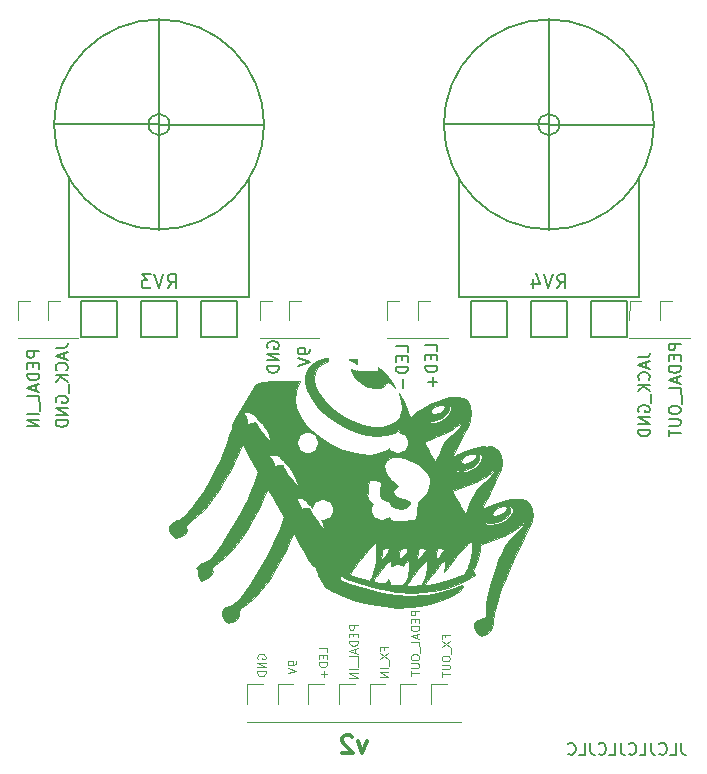
<source format=gbo>
G04 #@! TF.GenerationSoftware,KiCad,Pcbnew,(5.1.5-0-10_14)*
G04 #@! TF.CreationDate,2021-12-30T16:01:06+01:00*
G04 #@! TF.ProjectId,npnium,6e706e69-756d-42e6-9b69-6361645f7063,rev?*
G04 #@! TF.SameCoordinates,Original*
G04 #@! TF.FileFunction,Legend,Bot*
G04 #@! TF.FilePolarity,Positive*
%FSLAX46Y46*%
G04 Gerber Fmt 4.6, Leading zero omitted, Abs format (unit mm)*
G04 Created by KiCad (PCBNEW (5.1.5-0-10_14)) date 2021-12-30 16:01:06*
%MOMM*%
%LPD*%
G04 APERTURE LIST*
%ADD10C,0.300000*%
%ADD11C,0.150000*%
%ADD12C,0.010000*%
%ADD13C,0.120000*%
%ADD14C,0.127000*%
%ADD15C,0.110000*%
%ADD16C,0.152400*%
%ADD17C,1.626000*%
%ADD18C,1.702000*%
%ADD19R,1.702000X1.702000*%
%ADD20O,2.032400X2.032400*%
%ADD21R,2.032400X2.032400*%
%ADD22O,1.702000X1.702000*%
%ADD23O,1.702000X3.102000*%
%ADD24O,2.642000X2.642000*%
%ADD25R,2.642000X2.642000*%
G04 APERTURE END LIST*
D10*
X101071428Y-114078571D02*
X100714285Y-115078571D01*
X100357142Y-114078571D01*
X99857142Y-113721428D02*
X99785714Y-113650000D01*
X99642857Y-113578571D01*
X99285714Y-113578571D01*
X99142857Y-113650000D01*
X99071428Y-113721428D01*
X99000000Y-113864285D01*
X99000000Y-114007142D01*
X99071428Y-114221428D01*
X99928571Y-115078571D01*
X99000000Y-115078571D01*
D11*
X127719047Y-114252380D02*
X127719047Y-114966666D01*
X127766666Y-115109523D01*
X127861904Y-115204761D01*
X128004761Y-115252380D01*
X128100000Y-115252380D01*
X126766666Y-115252380D02*
X127242857Y-115252380D01*
X127242857Y-114252380D01*
X125861904Y-115157142D02*
X125909523Y-115204761D01*
X126052380Y-115252380D01*
X126147619Y-115252380D01*
X126290476Y-115204761D01*
X126385714Y-115109523D01*
X126433333Y-115014285D01*
X126480952Y-114823809D01*
X126480952Y-114680952D01*
X126433333Y-114490476D01*
X126385714Y-114395238D01*
X126290476Y-114300000D01*
X126147619Y-114252380D01*
X126052380Y-114252380D01*
X125909523Y-114300000D01*
X125861904Y-114347619D01*
X125147619Y-114252380D02*
X125147619Y-114966666D01*
X125195238Y-115109523D01*
X125290476Y-115204761D01*
X125433333Y-115252380D01*
X125528571Y-115252380D01*
X124195238Y-115252380D02*
X124671428Y-115252380D01*
X124671428Y-114252380D01*
X123290476Y-115157142D02*
X123338095Y-115204761D01*
X123480952Y-115252380D01*
X123576190Y-115252380D01*
X123719047Y-115204761D01*
X123814285Y-115109523D01*
X123861904Y-115014285D01*
X123909523Y-114823809D01*
X123909523Y-114680952D01*
X123861904Y-114490476D01*
X123814285Y-114395238D01*
X123719047Y-114300000D01*
X123576190Y-114252380D01*
X123480952Y-114252380D01*
X123338095Y-114300000D01*
X123290476Y-114347619D01*
X122576190Y-114252380D02*
X122576190Y-114966666D01*
X122623809Y-115109523D01*
X122719047Y-115204761D01*
X122861904Y-115252380D01*
X122957142Y-115252380D01*
X121623809Y-115252380D02*
X122100000Y-115252380D01*
X122100000Y-114252380D01*
X120719047Y-115157142D02*
X120766666Y-115204761D01*
X120909523Y-115252380D01*
X121004761Y-115252380D01*
X121147619Y-115204761D01*
X121242857Y-115109523D01*
X121290476Y-115014285D01*
X121338095Y-114823809D01*
X121338095Y-114680952D01*
X121290476Y-114490476D01*
X121242857Y-114395238D01*
X121147619Y-114300000D01*
X121004761Y-114252380D01*
X120909523Y-114252380D01*
X120766666Y-114300000D01*
X120719047Y-114347619D01*
X120004761Y-114252380D02*
X120004761Y-114966666D01*
X120052380Y-115109523D01*
X120147619Y-115204761D01*
X120290476Y-115252380D01*
X120385714Y-115252380D01*
X119052380Y-115252380D02*
X119528571Y-115252380D01*
X119528571Y-114252380D01*
X118147619Y-115157142D02*
X118195238Y-115204761D01*
X118338095Y-115252380D01*
X118433333Y-115252380D01*
X118576190Y-115204761D01*
X118671428Y-115109523D01*
X118719047Y-115014285D01*
X118766666Y-114823809D01*
X118766666Y-114680952D01*
X118719047Y-114490476D01*
X118671428Y-114395238D01*
X118576190Y-114300000D01*
X118433333Y-114252380D01*
X118338095Y-114252380D01*
X118195238Y-114300000D01*
X118147619Y-114347619D01*
D12*
G36*
X101321087Y-82089305D02*
G01*
X100612964Y-81843870D01*
X100359669Y-81792219D01*
X99947776Y-81739450D01*
X99672957Y-81731940D01*
X99557426Y-81765174D01*
X99623392Y-81834633D01*
X99800160Y-81906036D01*
X100111139Y-82055397D01*
X100331356Y-82217092D01*
X100464654Y-82447883D01*
X100414040Y-82639869D01*
X100216394Y-82732816D01*
X100028265Y-82712080D01*
X99734415Y-82628315D01*
X99849601Y-82928368D01*
X100126602Y-83384006D01*
X100558354Y-83788701D01*
X101077882Y-84084685D01*
X101268195Y-84151945D01*
X101779861Y-84242110D01*
X102224985Y-84207367D01*
X102560886Y-84059415D01*
X102744881Y-83809959D01*
X102760716Y-83742734D01*
X102806937Y-83645783D01*
X102914301Y-83676027D01*
X103109550Y-83850209D01*
X103357951Y-84116576D01*
X103439915Y-84181732D01*
X103422179Y-84071642D01*
X103381557Y-83958318D01*
X103078343Y-83426860D01*
X102601827Y-82915243D01*
X102000058Y-82457910D01*
X101321087Y-82089305D01*
G37*
X101321087Y-82089305D02*
X100612964Y-81843870D01*
X100359669Y-81792219D01*
X99947776Y-81739450D01*
X99672957Y-81731940D01*
X99557426Y-81765174D01*
X99623392Y-81834633D01*
X99800160Y-81906036D01*
X100111139Y-82055397D01*
X100331356Y-82217092D01*
X100464654Y-82447883D01*
X100414040Y-82639869D01*
X100216394Y-82732816D01*
X100028265Y-82712080D01*
X99734415Y-82628315D01*
X99849601Y-82928368D01*
X100126602Y-83384006D01*
X100558354Y-83788701D01*
X101077882Y-84084685D01*
X101268195Y-84151945D01*
X101779861Y-84242110D01*
X102224985Y-84207367D01*
X102560886Y-84059415D01*
X102744881Y-83809959D01*
X102760716Y-83742734D01*
X102806937Y-83645783D01*
X102914301Y-83676027D01*
X103109550Y-83850209D01*
X103357951Y-84116576D01*
X103439915Y-84181732D01*
X103422179Y-84071642D01*
X103381557Y-83958318D01*
X103078343Y-83426860D01*
X102601827Y-82915243D01*
X102000058Y-82457910D01*
X101321087Y-82089305D01*
G36*
X108771236Y-84980290D02*
G01*
X108758749Y-84982023D01*
X108484300Y-85002102D01*
X108311797Y-84980028D01*
X108309025Y-84978526D01*
X108125369Y-84972341D01*
X107793795Y-85049029D01*
X107363615Y-85189921D01*
X106884144Y-85376353D01*
X106404695Y-85589658D01*
X105974581Y-85811171D01*
X105750403Y-85947020D01*
X105391632Y-86193422D01*
X105106668Y-86407032D01*
X104946281Y-86549306D01*
X104932172Y-86568196D01*
X104808159Y-86656618D01*
X104671870Y-86542872D01*
X104538309Y-86244937D01*
X104473887Y-86019023D01*
X104332023Y-85592741D01*
X104137157Y-85175379D01*
X104071301Y-85064509D01*
X103800779Y-84645731D01*
X103974484Y-85398576D01*
X104060335Y-85816302D01*
X104077904Y-86103104D01*
X104020629Y-86341134D01*
X103881954Y-86612541D01*
X103876843Y-86621408D01*
X103498124Y-87067748D01*
X102979671Y-87361777D01*
X102343083Y-87503445D01*
X101609959Y-87492700D01*
X100801899Y-87329485D01*
X99940500Y-87013750D01*
X99195437Y-86632896D01*
X98268314Y-86011183D01*
X97536717Y-85324523D01*
X97033266Y-84643914D01*
X96739341Y-84006352D01*
X96641435Y-83402232D01*
X96729967Y-82857651D01*
X96995353Y-82398704D01*
X97428011Y-82051489D01*
X98018355Y-81842100D01*
X98065416Y-81833265D01*
X98326879Y-81765881D01*
X98392562Y-81702444D01*
X98288381Y-81654800D01*
X98040248Y-81634796D01*
X97674079Y-81654276D01*
X97673909Y-81654294D01*
X97009315Y-81818521D01*
X96480629Y-82141662D01*
X96104582Y-82595529D01*
X95897907Y-83151933D01*
X95877333Y-83782686D01*
X96038919Y-84408877D01*
X96434880Y-85162396D01*
X96990056Y-85869063D01*
X97673156Y-86513683D01*
X98452891Y-87081055D01*
X99297968Y-87555982D01*
X100177100Y-87923267D01*
X101058994Y-88167712D01*
X101912361Y-88274117D01*
X102705910Y-88227286D01*
X103408352Y-88012020D01*
X103432983Y-88000240D01*
X104011355Y-87719431D01*
X103586939Y-88454541D01*
X103281441Y-88935828D01*
X103001038Y-89261936D01*
X102761973Y-89449483D01*
X102139884Y-89726780D01*
X101405322Y-89844214D01*
X100588970Y-89811377D01*
X99721516Y-89637861D01*
X98833648Y-89333257D01*
X97956052Y-88907159D01*
X97119414Y-88369156D01*
X96354423Y-87728842D01*
X95965006Y-87324926D01*
X95424065Y-86596530D01*
X95092678Y-85871175D01*
X94973453Y-85159207D01*
X95069002Y-84470964D01*
X95174118Y-84190768D01*
X95441033Y-83596851D01*
X94053363Y-83595947D01*
X93469483Y-83605949D01*
X92919723Y-83633824D01*
X92467704Y-83675235D01*
X92186864Y-83723139D01*
X91708036Y-83851237D01*
X90676646Y-85568022D01*
X90272010Y-86254531D01*
X89965903Y-86801898D01*
X89765547Y-87196461D01*
X89678164Y-87424557D01*
X89675520Y-87462049D01*
X89649073Y-87663041D01*
X89543165Y-88026972D01*
X89372710Y-88516021D01*
X89152624Y-89092371D01*
X88897823Y-89718205D01*
X88623224Y-90355704D01*
X88343742Y-90967048D01*
X88086847Y-91490031D01*
X87695692Y-92202642D01*
X87262800Y-92907561D01*
X86809773Y-93576907D01*
X86358213Y-94182798D01*
X85929726Y-94697354D01*
X85545913Y-95092692D01*
X85228376Y-95340933D01*
X85046659Y-95413815D01*
X84785990Y-95513903D01*
X84522093Y-95708213D01*
X84342130Y-95926147D01*
X84312419Y-96008500D01*
X84357694Y-96261746D01*
X84517431Y-96553352D01*
X84730726Y-96791701D01*
X84892556Y-96881167D01*
X85144678Y-96852800D01*
X85451291Y-96717943D01*
X85710962Y-96527901D01*
X85792919Y-96425779D01*
X85824247Y-96233890D01*
X85803503Y-96043046D01*
X85786309Y-95887497D01*
X85839150Y-95756968D01*
X85999455Y-95601684D01*
X86304652Y-95371867D01*
X86312424Y-95366216D01*
X86824975Y-94969533D01*
X87268516Y-94563919D01*
X87680499Y-94106092D01*
X88098381Y-93552772D01*
X88559615Y-92860675D01*
X88770842Y-92525317D01*
X89271169Y-91692493D01*
X89659928Y-90975325D01*
X89966415Y-90318098D01*
X90087568Y-90021255D01*
X90260922Y-89583744D01*
X90403725Y-89234840D01*
X90497666Y-89018615D01*
X90524378Y-88969832D01*
X90587881Y-89056647D01*
X90739833Y-89299030D01*
X90957839Y-89660397D01*
X91219500Y-90104163D01*
X91233837Y-90128731D01*
X91914288Y-91295402D01*
X91452995Y-92519447D01*
X91235446Y-93064242D01*
X90988509Y-93611989D01*
X90689418Y-94207973D01*
X90315409Y-94897482D01*
X89843715Y-95725803D01*
X89824411Y-95759152D01*
X89278406Y-96679494D01*
X88808395Y-97418231D01*
X88398050Y-97995466D01*
X88031040Y-98431302D01*
X87691036Y-98745842D01*
X87361708Y-98959191D01*
X87150087Y-99051519D01*
X86769191Y-99262917D01*
X86598674Y-99544625D01*
X86638631Y-99896377D01*
X86762415Y-100138954D01*
X87017305Y-100542266D01*
X87407458Y-100408170D01*
X87753622Y-100218068D01*
X87971959Y-99956037D01*
X88024930Y-99674563D01*
X87998037Y-99582484D01*
X87972847Y-99465840D01*
X88032607Y-99346365D01*
X88210598Y-99185390D01*
X88540097Y-98944241D01*
X88558402Y-98931321D01*
X89195617Y-98423594D01*
X89788246Y-97821141D01*
X90365446Y-97089076D01*
X90956373Y-96192514D01*
X91228140Y-95737102D01*
X91551811Y-95160725D01*
X91861040Y-94574436D01*
X92123873Y-94041136D01*
X92308349Y-93623725D01*
X92329279Y-93569719D01*
X92477993Y-93193924D01*
X92603171Y-92912774D01*
X92681021Y-92779048D01*
X92687578Y-92774837D01*
X92764569Y-92858426D01*
X92926172Y-93099209D01*
X93149052Y-93460582D01*
X93409877Y-93905937D01*
X93421305Y-93925920D01*
X94089114Y-95094665D01*
X93644798Y-96273421D01*
X93352205Y-96973654D01*
X92972908Y-97767510D01*
X92532549Y-98610394D01*
X92056768Y-99457712D01*
X91571210Y-100264867D01*
X91101515Y-100987265D01*
X90673324Y-101580310D01*
X90413900Y-101892518D01*
X89997646Y-102316656D01*
X89661188Y-102575422D01*
X89411999Y-102685066D01*
X89040065Y-102865340D01*
X88831946Y-103138714D01*
X88809392Y-103463015D01*
X88901089Y-103675796D01*
X89125063Y-103968461D01*
X89342812Y-104085253D01*
X89625410Y-104058232D01*
X89701315Y-104036784D01*
X90044795Y-103844065D01*
X90235834Y-103547364D01*
X90249231Y-103246637D01*
X90241644Y-103094344D01*
X90322226Y-102957764D01*
X90531418Y-102784947D01*
X90701790Y-102665344D01*
X91430701Y-102068301D01*
X92162974Y-101287479D01*
X92871123Y-100358776D01*
X93527660Y-99318092D01*
X94082531Y-98249865D01*
X94311106Y-97753194D01*
X94515689Y-97295023D01*
X94670560Y-96933734D01*
X94739855Y-96757988D01*
X94830155Y-96526428D01*
X94896535Y-96489674D01*
X94988445Y-96633186D01*
X95012001Y-96677963D01*
X95108997Y-96855012D01*
X95297213Y-97191750D01*
X95558033Y-97655131D01*
X95872843Y-98212107D01*
X96223029Y-98829633D01*
X96332731Y-99022691D01*
X97508291Y-101090491D01*
X98142646Y-101433679D01*
X99072266Y-101857097D01*
X100154568Y-102218553D01*
X101325927Y-102505319D01*
X102522723Y-102704664D01*
X103681331Y-102803859D01*
X104738131Y-102790173D01*
X104867336Y-102779191D01*
X105631782Y-102667962D01*
X106428866Y-102484462D01*
X107208536Y-102246093D01*
X107920744Y-101970254D01*
X108515439Y-101674342D01*
X108942571Y-101375760D01*
X108965774Y-101354387D01*
X109186676Y-101105259D01*
X109252595Y-100940062D01*
X109165616Y-100885898D01*
X108935894Y-100965716D01*
X108535137Y-101132544D01*
X107985433Y-101311257D01*
X107357591Y-101483444D01*
X106722420Y-101630690D01*
X106150729Y-101734584D01*
X105840486Y-101770621D01*
X104762908Y-101789731D01*
X103571544Y-101704493D01*
X102342301Y-101525564D01*
X101151086Y-101263607D01*
X100217497Y-100980945D01*
X99633738Y-100776213D01*
X99228740Y-100629530D01*
X98972587Y-100523690D01*
X98835360Y-100441488D01*
X98787144Y-100365717D01*
X98798018Y-100279174D01*
X98831520Y-100183873D01*
X98908077Y-100017387D01*
X98968925Y-100052019D01*
X98990099Y-100102936D01*
X99085298Y-100212569D01*
X99312004Y-100338610D01*
X99699647Y-100494964D01*
X100163051Y-100657167D01*
X101883056Y-101148834D01*
X102884563Y-101326411D01*
X101389568Y-100463275D01*
X101269037Y-100516294D01*
X101266509Y-100515126D01*
X101129591Y-100468988D01*
X100839360Y-100381553D01*
X100456227Y-100270976D01*
X100420689Y-100260916D01*
X99649933Y-100043067D01*
X99740223Y-99820389D01*
X99846319Y-99640931D01*
X100058120Y-99339645D01*
X100340119Y-98965791D01*
X100527526Y-98728036D01*
X100865125Y-98316046D01*
X100904869Y-98269482D01*
X97657829Y-96394802D01*
X97502974Y-96219350D01*
X97362471Y-96052923D01*
X97127873Y-95767924D01*
X96843923Y-95418803D01*
X96769566Y-95326768D01*
X96510022Y-94988222D01*
X96323888Y-94712670D01*
X96241066Y-94545695D01*
X96241616Y-94521991D01*
X96231539Y-94404092D01*
X96056270Y-94364038D01*
X95800519Y-94403700D01*
X95596946Y-94445998D01*
X95493715Y-94389683D01*
X95420364Y-94182801D01*
X95400357Y-94108629D01*
X95285347Y-93824397D01*
X95141042Y-93638587D01*
X95129082Y-93630655D01*
X95023890Y-93551823D01*
X95097376Y-93513013D01*
X95226263Y-93494650D01*
X95588818Y-93547487D01*
X95952407Y-93756962D01*
X96233616Y-94074579D01*
X96238752Y-94083283D01*
X96454873Y-94342836D01*
X96712003Y-94544091D01*
X96953079Y-94761405D01*
X97142529Y-95120565D01*
X97217154Y-95332900D01*
X97346798Y-95711414D01*
X97471893Y-96032420D01*
X97533883Y-96165814D01*
X97657829Y-96394802D01*
X100904869Y-98269482D01*
X101190501Y-97934839D01*
X101454207Y-97641696D01*
X101549724Y-97543876D01*
X101874910Y-97229391D01*
X101897622Y-97872810D01*
X101888742Y-98364960D01*
X101836160Y-98888976D01*
X101749915Y-99402839D01*
X101640043Y-99864525D01*
X101516581Y-100232011D01*
X101389568Y-100463275D01*
X102884563Y-101326411D01*
X103528171Y-101440529D01*
X105094134Y-101532282D01*
X106576674Y-101424127D01*
X106814095Y-101371696D01*
X105764212Y-100765545D01*
X105668243Y-100849931D01*
X105485425Y-100895262D01*
X105180642Y-100931033D01*
X104843876Y-100951337D01*
X104565111Y-100950268D01*
X104444696Y-100930244D01*
X104472883Y-100861410D01*
X104257107Y-100736832D01*
X104151992Y-100843696D01*
X103985003Y-100871465D01*
X103689688Y-100885523D01*
X103359163Y-100885362D01*
X103086541Y-100870478D01*
X102977721Y-100850078D01*
X103016906Y-100759926D01*
X103031762Y-100736814D01*
X102797121Y-100601344D01*
X102618963Y-100728582D01*
X102329955Y-100737388D01*
X102088686Y-100699373D01*
X101788062Y-100632752D01*
X101665928Y-100547103D01*
X101708750Y-100391913D01*
X101902995Y-100116673D01*
X101924823Y-100087752D01*
X102296010Y-99616251D01*
X102625730Y-99234753D01*
X102890409Y-98967657D01*
X103066470Y-98839365D01*
X103124740Y-98845901D01*
X103150997Y-99040453D01*
X103128804Y-99374213D01*
X103068163Y-99772395D01*
X102979074Y-100160210D01*
X102926527Y-100328159D01*
X102797121Y-100601344D01*
X103031762Y-100736814D01*
X103157506Y-100541195D01*
X103348801Y-100269506D01*
X103729742Y-99766140D01*
X104073779Y-99350115D01*
X104357218Y-99047312D01*
X104556365Y-98883608D01*
X104633661Y-98866048D01*
X104694060Y-99016312D01*
X104685589Y-99311690D01*
X104622953Y-99691806D01*
X104520858Y-100096285D01*
X104394008Y-100464752D01*
X104257107Y-100736832D01*
X104472883Y-100861410D01*
X104482921Y-100836896D01*
X104632050Y-100610352D01*
X104864689Y-100290866D01*
X105003402Y-100109314D01*
X105443330Y-99549104D01*
X105767286Y-99159993D01*
X105989954Y-98933804D01*
X106126018Y-98862362D01*
X106190166Y-98937492D01*
X106197081Y-99151017D01*
X106165562Y-99462322D01*
X106065913Y-100018095D01*
X105926751Y-100467512D01*
X105764212Y-100765545D01*
X106814095Y-101371696D01*
X107971528Y-101116096D01*
X109274427Y-100608222D01*
X109317488Y-100587232D01*
X109804334Y-100335013D01*
X110100076Y-100145884D01*
X110154349Y-100083012D01*
X109498979Y-99704634D01*
X109372480Y-99889519D01*
X109201493Y-100024890D01*
X108933308Y-100151049D01*
X108515215Y-100308300D01*
X108457377Y-100329384D01*
X108080074Y-100451885D01*
X107628238Y-100576386D01*
X107150351Y-100692487D01*
X106694902Y-100789787D01*
X106310375Y-100857887D01*
X106045253Y-100886385D01*
X105948208Y-100867626D01*
X106009254Y-100773606D01*
X106178193Y-100544708D01*
X106425616Y-100220292D01*
X106596889Y-99999519D01*
X106908088Y-99611234D01*
X107193624Y-99273472D01*
X107409974Y-99036951D01*
X107477473Y-98973435D01*
X107616553Y-98868522D01*
X107678544Y-98886881D01*
X107688401Y-99065949D01*
X107679183Y-99276003D01*
X107654876Y-99765848D01*
X107873515Y-99513854D01*
X108067323Y-99277490D01*
X108318798Y-98954527D01*
X108458666Y-98769049D01*
X108501240Y-98714610D01*
X107480989Y-98125568D01*
X107291222Y-98406469D01*
X107105286Y-98607732D01*
X106972969Y-98676965D01*
X106960948Y-98672797D01*
X106950578Y-98561092D01*
X106953655Y-98519994D01*
X106025681Y-97984228D01*
X105859077Y-98226879D01*
X105659691Y-98459183D01*
X105482841Y-98622367D01*
X105388304Y-98661362D01*
X105372481Y-98581585D01*
X104453221Y-98050850D01*
X104206361Y-98370087D01*
X104145507Y-98440127D01*
X103944172Y-98633110D01*
X103839958Y-98633594D01*
X103839830Y-98631863D01*
X102892105Y-98084694D01*
X102727513Y-98325304D01*
X102541191Y-98543728D01*
X102389306Y-98678381D01*
X102337343Y-98692952D01*
X102327508Y-98581605D01*
X102346719Y-98329459D01*
X102357516Y-98238963D01*
X102405551Y-97956147D01*
X102480992Y-97825640D01*
X102628108Y-97778559D01*
X102655771Y-97774853D01*
X102915381Y-97770277D01*
X102986331Y-97865944D01*
X102892105Y-98084694D01*
X103839830Y-98631863D01*
X103825220Y-98435645D01*
X103856707Y-98215997D01*
X103921500Y-97939486D01*
X104016296Y-97813625D01*
X104184981Y-97769221D01*
X104385477Y-97767231D01*
X95260039Y-92498657D01*
X95138645Y-92390322D01*
X94922206Y-92151830D01*
X94676387Y-91859161D01*
X94355685Y-91445938D01*
X94125326Y-91105813D01*
X94008213Y-90874479D01*
X94000579Y-90805911D01*
X93980858Y-90715318D01*
X93807388Y-90717092D01*
X93613060Y-90761905D01*
X93332571Y-90809399D01*
X93201886Y-90772934D01*
X93198594Y-90744459D01*
X93172454Y-90416222D01*
X93003832Y-90123173D01*
X92898281Y-90037147D01*
X92765432Y-89948464D01*
X92795137Y-89901478D01*
X93014923Y-89857172D01*
X93026700Y-89855138D01*
X93371356Y-89849511D01*
X93656120Y-89990423D01*
X93943887Y-90309650D01*
X93954310Y-90323794D01*
X94216013Y-90628439D01*
X94506718Y-90901927D01*
X94768888Y-91213448D01*
X94964317Y-91629286D01*
X94973495Y-91658829D01*
X95097882Y-92035283D01*
X95227960Y-92372666D01*
X95264899Y-92455077D01*
X95260039Y-92498657D01*
X104385477Y-97767231D01*
X104441574Y-97766675D01*
X104531306Y-97855132D01*
X104453221Y-98050850D01*
X105372481Y-98581585D01*
X105364126Y-98539460D01*
X105385376Y-98284106D01*
X105397637Y-98208896D01*
X105456693Y-97940286D01*
X105510453Y-97793535D01*
X105520619Y-97784944D01*
X105656516Y-97782541D01*
X105850567Y-97788408D01*
X106046316Y-97817032D01*
X106064183Y-97909044D01*
X106025681Y-97984228D01*
X106953655Y-98519994D01*
X106969483Y-98308502D01*
X106980470Y-98216138D01*
X107024101Y-97940196D01*
X107064272Y-97786070D01*
X107073432Y-97774853D01*
X107199312Y-97774852D01*
X107391459Y-97781511D01*
X107570586Y-97805214D01*
X107599167Y-97893259D01*
X107492708Y-98105225D01*
X107480989Y-98125568D01*
X108501240Y-98714610D01*
X108767603Y-98374024D01*
X109097230Y-97985588D01*
X109313456Y-97749232D01*
X105198228Y-95373304D01*
X105195952Y-95375648D01*
X105063490Y-95402111D01*
X104771833Y-95423898D01*
X104383595Y-95439706D01*
X103961388Y-95448238D01*
X103567827Y-95448196D01*
X103265523Y-95438281D01*
X103120287Y-95418701D01*
X103083581Y-95316817D01*
X103087864Y-95308484D01*
X103025917Y-95211584D01*
X102822611Y-95015565D01*
X102514355Y-94754003D01*
X102314778Y-94595542D01*
X101833892Y-94221151D01*
X101501043Y-93946689D01*
X101439666Y-93884134D01*
X93206595Y-89130768D01*
X93130837Y-89151067D01*
X93110538Y-89075310D01*
X93180917Y-89056451D01*
X93062594Y-88988137D01*
X92436363Y-88235456D01*
X92150586Y-87872191D01*
X91927476Y-87551248D01*
X91802208Y-87324756D01*
X91787538Y-87273936D01*
X91743967Y-87141149D01*
X91611040Y-87111319D01*
X91372139Y-87154509D01*
X90979336Y-87243920D01*
X90961352Y-86925646D01*
X90886471Y-86655846D01*
X90753470Y-86497734D01*
X90610218Y-86367389D01*
X90663794Y-86279057D01*
X90890136Y-86254320D01*
X91012344Y-86265540D01*
X91276345Y-86332714D01*
X91499263Y-86489575D01*
X91691302Y-86697847D01*
X91971903Y-87004032D01*
X92259452Y-87282179D01*
X92321676Y-87335981D01*
X92567880Y-87645748D01*
X92788255Y-88124304D01*
X92843500Y-88288097D01*
X93062594Y-88988137D01*
X93180917Y-89056451D01*
X93186295Y-89055010D01*
X93206595Y-89130768D01*
X101439666Y-93884134D01*
X101291420Y-93733042D01*
X101180208Y-93541097D01*
X101142597Y-93331736D01*
X101153774Y-93065846D01*
X101179275Y-92805514D01*
X101222789Y-92419873D01*
X101265374Y-92137450D01*
X101298402Y-92014587D01*
X101300631Y-92013277D01*
X101430002Y-92013090D01*
X101690285Y-92023442D01*
X101740944Y-92026056D01*
X102106033Y-92100526D01*
X102284941Y-92266550D01*
X102265540Y-92510666D01*
X102233713Y-92573068D01*
X102171224Y-92836156D01*
X102196559Y-93176450D01*
X102210478Y-93234819D01*
X102403849Y-93635806D01*
X102724516Y-93972783D01*
X103127159Y-94230031D01*
X103566456Y-94391833D01*
X103997088Y-94442470D01*
X104373733Y-94366222D01*
X104651070Y-94147372D01*
X104685935Y-94093380D01*
X104759439Y-93934719D01*
X104732255Y-93825271D01*
X104568774Y-93733003D01*
X104233386Y-93625879D01*
X104134932Y-93597689D01*
X103673368Y-93418831D01*
X103395763Y-93203872D01*
X103317102Y-92967493D01*
X103360823Y-92839198D01*
X103538743Y-92641537D01*
X103669139Y-92571379D01*
X103754489Y-92514849D01*
X103659819Y-92416779D01*
X103540490Y-92343411D01*
X103157439Y-92031316D01*
X102816806Y-91597586D01*
X102594769Y-91139834D01*
X102590556Y-91126149D01*
X102575443Y-90729458D01*
X102744322Y-90371624D01*
X103060537Y-90114437D01*
X103228082Y-90051399D01*
X103734467Y-90009910D01*
X104292521Y-90117589D01*
X104861885Y-90347176D01*
X105402203Y-90671411D01*
X105873115Y-91063035D01*
X106234263Y-91494788D01*
X106445289Y-91939411D01*
X106481794Y-92249079D01*
X106381647Y-92646909D01*
X106158257Y-93075326D01*
X105869181Y-93436379D01*
X105706452Y-93568584D01*
X105554189Y-93685150D01*
X105459559Y-93833503D01*
X105399807Y-94074372D01*
X105352182Y-94468482D01*
X105346058Y-94530423D01*
X105298510Y-94925424D01*
X105245554Y-95227107D01*
X105198228Y-95373304D01*
X109313456Y-97749232D01*
X109414045Y-97639278D01*
X109684546Y-97370637D01*
X109875231Y-97215200D01*
X109944131Y-97193240D01*
X109997523Y-97337556D01*
X110001890Y-97640029D01*
X109965043Y-98044386D01*
X109894793Y-98494352D01*
X109798950Y-98933653D01*
X109685324Y-99306018D01*
X109633700Y-99429930D01*
X109498979Y-99704634D01*
X110154349Y-100083012D01*
X110221421Y-100005316D01*
X110185078Y-99898780D01*
X110142829Y-99869476D01*
X110101740Y-99740469D01*
X110178871Y-99456683D01*
X110312879Y-99140478D01*
X110480799Y-98702305D01*
X110600806Y-98253769D01*
X110639191Y-97984419D01*
X110665258Y-97482189D01*
X111758406Y-97102185D01*
X112670338Y-96739036D01*
X113461922Y-96330876D01*
X114097043Y-95898404D01*
X114391790Y-95620827D01*
X113308024Y-94995114D01*
X113019258Y-95275826D01*
X112624438Y-95524351D01*
X112147953Y-95710627D01*
X112108881Y-95721445D01*
X111631436Y-95807575D01*
X111289082Y-95780380D01*
X111106850Y-95644111D01*
X111083723Y-95547283D01*
X111130754Y-95498265D01*
X111181296Y-95543679D01*
X111370170Y-95626157D01*
X111689484Y-95636172D01*
X112062715Y-95581114D01*
X112413340Y-95468371D01*
X112520549Y-95414363D01*
X112942166Y-95126132D01*
X113165058Y-94850591D01*
X113175604Y-94780385D01*
X112848458Y-94591507D01*
X112631971Y-94796236D01*
X112306378Y-94961130D01*
X111942076Y-95052958D01*
X111736944Y-95013517D01*
X111702489Y-94848865D01*
X111774870Y-94681362D01*
X112000271Y-94435962D01*
X112310428Y-94261934D01*
X112622589Y-94194846D01*
X112809330Y-94236729D01*
X112916996Y-94391439D01*
X112848458Y-94591507D01*
X113175604Y-94780385D01*
X113208668Y-94560251D01*
X113190104Y-94467668D01*
X113139132Y-94249872D01*
X113171496Y-94199361D01*
X113294124Y-94260473D01*
X113469846Y-94457375D01*
X113466350Y-94712276D01*
X113308024Y-94995114D01*
X114391790Y-95620827D01*
X114468126Y-95548940D01*
X114785636Y-95185635D01*
X114516588Y-95670680D01*
X114143420Y-96171964D01*
X113677372Y-96594994D01*
X113336670Y-96888062D01*
X113043776Y-97218934D01*
X112776520Y-97624894D01*
X112512731Y-98143219D01*
X112230240Y-98811192D01*
X111997717Y-99419453D01*
X111596032Y-100597122D01*
X111322983Y-101618795D01*
X111180334Y-102476866D01*
X111160695Y-103026923D01*
X111185671Y-103625946D01*
X110733378Y-103774820D01*
X110340746Y-103955677D01*
X110157366Y-104182736D01*
X110172044Y-104477442D01*
X110261661Y-104678298D01*
X110489986Y-105017521D01*
X110723462Y-105163376D01*
X111011759Y-105139813D01*
X111131004Y-105097500D01*
X111470676Y-104887455D01*
X111673398Y-104562384D01*
X111763807Y-104079999D01*
X111768617Y-104003139D01*
X111863755Y-103288998D01*
X112078960Y-102414857D01*
X112406545Y-101402071D01*
X112838825Y-100271993D01*
X113368114Y-99045980D01*
X113986728Y-97745386D01*
X114108059Y-97502849D01*
X114406709Y-96898946D01*
X114673422Y-96338266D01*
X114890014Y-95860734D01*
X115038302Y-95506267D01*
X115097123Y-95331280D01*
X115121246Y-94989588D01*
X115083594Y-94579263D01*
X115056436Y-94443277D01*
X114856938Y-93980654D01*
X114530485Y-93686137D01*
X114100936Y-93577443D01*
X113907074Y-93589751D01*
X113636168Y-93611478D01*
X113470339Y-93593620D01*
X113467407Y-93592061D01*
X113302010Y-93590339D01*
X112988601Y-93657192D01*
X112583523Y-93774890D01*
X112143120Y-93925701D01*
X111723735Y-94091893D01*
X111414001Y-94238272D01*
X111115820Y-94380185D01*
X110913661Y-94444818D01*
X110857295Y-94429162D01*
X110905228Y-94298888D01*
X111038545Y-94009387D01*
X111239353Y-93597756D01*
X111489758Y-93101094D01*
X111620879Y-92846158D01*
X111978558Y-92144271D01*
X112238679Y-91599502D01*
X112412414Y-91175612D01*
X112488495Y-90913633D01*
X112243204Y-90772014D01*
X111866448Y-91334202D01*
X111596372Y-91685319D01*
X111303034Y-91989585D01*
X111130614Y-92126089D01*
X110768084Y-92392852D01*
X110474969Y-92703252D01*
X110213788Y-93108761D01*
X109947063Y-93660850D01*
X109852567Y-93881293D01*
X109674905Y-94297914D01*
X109531169Y-94622624D01*
X109441005Y-94811701D01*
X109420926Y-94841951D01*
X109358498Y-94747005D01*
X109214955Y-94508746D01*
X109019757Y-94176181D01*
X108993585Y-94131096D01*
X108770571Y-93743603D01*
X108574610Y-93398125D01*
X108448092Y-93169393D01*
X108448008Y-93169237D01*
X108306960Y-92905062D01*
X109215218Y-92616810D01*
X110323052Y-92189280D01*
X111226947Y-91674601D01*
X111788884Y-91214130D01*
X111929006Y-91077772D01*
X110762357Y-90404207D01*
X110482200Y-90774611D01*
X110054523Y-91086592D01*
X109553205Y-91295573D01*
X109182351Y-91357516D01*
X108787460Y-91347033D01*
X108575589Y-91262809D01*
X108516945Y-91118139D01*
X108591745Y-91062939D01*
X108736068Y-91113726D01*
X109058433Y-91199030D01*
X109431553Y-91154070D01*
X109814167Y-91007270D01*
X110165018Y-90787051D01*
X110442846Y-90521835D01*
X110606391Y-90240044D01*
X110607049Y-90217854D01*
X110330174Y-90058000D01*
X110211581Y-90207417D01*
X109974900Y-90392366D01*
X109659656Y-90537329D01*
X109353105Y-90611085D01*
X109150218Y-90587227D01*
X109094084Y-90453074D01*
X109097691Y-90364788D01*
X109235269Y-90118815D01*
X109513047Y-89914454D01*
X109849419Y-89789693D01*
X110162779Y-89782523D01*
X110264377Y-89821652D01*
X110371571Y-89921157D01*
X110330174Y-90058000D01*
X110607049Y-90217854D01*
X110614397Y-89970100D01*
X110556156Y-89859923D01*
X110461302Y-89723018D01*
X110506282Y-89725932D01*
X110668004Y-89832569D01*
X110838426Y-89979123D01*
X110865785Y-90138710D01*
X110764621Y-90399411D01*
X110762357Y-90404207D01*
X111929006Y-91077772D01*
X112243204Y-90772014D01*
X112488495Y-90913633D01*
X112510934Y-90836361D01*
X112545410Y-90545505D01*
X112527014Y-90266807D01*
X112485006Y-90042904D01*
X112379724Y-89680827D01*
X112228614Y-89452953D01*
X111980575Y-89275588D01*
X111663559Y-89141592D01*
X111412952Y-89123419D01*
X111394282Y-89129205D01*
X111167718Y-89160662D01*
X111072913Y-89135777D01*
X110887985Y-89123121D01*
X110555325Y-89180525D01*
X110131350Y-89291262D01*
X109672478Y-89438600D01*
X109235125Y-89605812D01*
X108875711Y-89776168D01*
X108834459Y-89799529D01*
X108307300Y-90106500D01*
X108753660Y-89188881D01*
X109002149Y-88690226D01*
X109263343Y-88185600D01*
X109489608Y-87766603D01*
X109536006Y-87684445D01*
X109837856Y-86979789D01*
X109856948Y-86832790D01*
X109609072Y-86689679D01*
X109257295Y-87190997D01*
X108969710Y-87537646D01*
X108593509Y-87910546D01*
X108312110Y-88148112D01*
X108011122Y-88388408D01*
X107805279Y-88593405D01*
X107645951Y-88829801D01*
X107484513Y-89164294D01*
X107360972Y-89452715D01*
X107190476Y-89853793D01*
X107051301Y-90174793D01*
X106966927Y-90361775D01*
X106955572Y-90384088D01*
X106925577Y-90425313D01*
X106885241Y-90414769D01*
X106811233Y-90320542D01*
X106680214Y-90110718D01*
X106468851Y-89753386D01*
X106365147Y-89576604D01*
X106162568Y-89220561D01*
X106017420Y-88944914D01*
X105955309Y-88798895D01*
X105955420Y-88788893D01*
X106063360Y-88730724D01*
X106329026Y-88614192D01*
X106703101Y-88460583D01*
X106864776Y-88396382D01*
X107573080Y-88102011D01*
X108126093Y-87830689D01*
X108583049Y-87549008D01*
X109003186Y-87223555D01*
X109112738Y-87128495D01*
X109195696Y-87055151D01*
X108078417Y-86410090D01*
X107767653Y-86727741D01*
X107585408Y-86859154D01*
X107186319Y-87055830D01*
X106748330Y-87176999D01*
X106348351Y-87208277D01*
X106073886Y-87141782D01*
X106002142Y-87072044D01*
X106124098Y-87049951D01*
X106292106Y-87056717D01*
X106733427Y-87018484D01*
X107169776Y-86868124D01*
X107559413Y-86637054D01*
X107860593Y-86356688D01*
X107956607Y-86189214D01*
X107653609Y-86014278D01*
X107437974Y-86216209D01*
X107159799Y-86352768D01*
X106814994Y-86425920D01*
X106578308Y-86375335D01*
X106488501Y-86215566D01*
X106507704Y-86107904D01*
X106658191Y-85930328D01*
X106932913Y-85765740D01*
X107245100Y-85651325D01*
X107507981Y-85624267D01*
X107582101Y-85647482D01*
X107709607Y-85811415D01*
X107653609Y-86014278D01*
X107956607Y-86189214D01*
X108031576Y-86058445D01*
X108030618Y-85773742D01*
X108022652Y-85754264D01*
X107971348Y-85593822D01*
X108043677Y-85594285D01*
X108063578Y-85605273D01*
X108240707Y-85811289D01*
X108240878Y-86092084D01*
X108078417Y-86410090D01*
X109195696Y-87055151D01*
X109609072Y-86689679D01*
X109856948Y-86832790D01*
X109926257Y-86299134D01*
X109808585Y-85678904D01*
X109563963Y-85253384D01*
X109213864Y-85017647D01*
X108771236Y-84980290D01*
G37*
X108771236Y-84980290D02*
X108758749Y-84982023D01*
X108484300Y-85002102D01*
X108311797Y-84980028D01*
X108309025Y-84978526D01*
X108125369Y-84972341D01*
X107793795Y-85049029D01*
X107363615Y-85189921D01*
X106884144Y-85376353D01*
X106404695Y-85589658D01*
X105974581Y-85811171D01*
X105750403Y-85947020D01*
X105391632Y-86193422D01*
X105106668Y-86407032D01*
X104946281Y-86549306D01*
X104932172Y-86568196D01*
X104808159Y-86656618D01*
X104671870Y-86542872D01*
X104538309Y-86244937D01*
X104473887Y-86019023D01*
X104332023Y-85592741D01*
X104137157Y-85175379D01*
X104071301Y-85064509D01*
X103800779Y-84645731D01*
X103974484Y-85398576D01*
X104060335Y-85816302D01*
X104077904Y-86103104D01*
X104020629Y-86341134D01*
X103881954Y-86612541D01*
X103876843Y-86621408D01*
X103498124Y-87067748D01*
X102979671Y-87361777D01*
X102343083Y-87503445D01*
X101609959Y-87492700D01*
X100801899Y-87329485D01*
X99940500Y-87013750D01*
X99195437Y-86632896D01*
X98268314Y-86011183D01*
X97536717Y-85324523D01*
X97033266Y-84643914D01*
X96739341Y-84006352D01*
X96641435Y-83402232D01*
X96729967Y-82857651D01*
X96995353Y-82398704D01*
X97428011Y-82051489D01*
X98018355Y-81842100D01*
X98065416Y-81833265D01*
X98326879Y-81765881D01*
X98392562Y-81702444D01*
X98288381Y-81654800D01*
X98040248Y-81634796D01*
X97674079Y-81654276D01*
X97673909Y-81654294D01*
X97009315Y-81818521D01*
X96480629Y-82141662D01*
X96104582Y-82595529D01*
X95897907Y-83151933D01*
X95877333Y-83782686D01*
X96038919Y-84408877D01*
X96434880Y-85162396D01*
X96990056Y-85869063D01*
X97673156Y-86513683D01*
X98452891Y-87081055D01*
X99297968Y-87555982D01*
X100177100Y-87923267D01*
X101058994Y-88167712D01*
X101912361Y-88274117D01*
X102705910Y-88227286D01*
X103408352Y-88012020D01*
X103432983Y-88000240D01*
X104011355Y-87719431D01*
X103586939Y-88454541D01*
X103281441Y-88935828D01*
X103001038Y-89261936D01*
X102761973Y-89449483D01*
X102139884Y-89726780D01*
X101405322Y-89844214D01*
X100588970Y-89811377D01*
X99721516Y-89637861D01*
X98833648Y-89333257D01*
X97956052Y-88907159D01*
X97119414Y-88369156D01*
X96354423Y-87728842D01*
X95965006Y-87324926D01*
X95424065Y-86596530D01*
X95092678Y-85871175D01*
X94973453Y-85159207D01*
X95069002Y-84470964D01*
X95174118Y-84190768D01*
X95441033Y-83596851D01*
X94053363Y-83595947D01*
X93469483Y-83605949D01*
X92919723Y-83633824D01*
X92467704Y-83675235D01*
X92186864Y-83723139D01*
X91708036Y-83851237D01*
X90676646Y-85568022D01*
X90272010Y-86254531D01*
X89965903Y-86801898D01*
X89765547Y-87196461D01*
X89678164Y-87424557D01*
X89675520Y-87462049D01*
X89649073Y-87663041D01*
X89543165Y-88026972D01*
X89372710Y-88516021D01*
X89152624Y-89092371D01*
X88897823Y-89718205D01*
X88623224Y-90355704D01*
X88343742Y-90967048D01*
X88086847Y-91490031D01*
X87695692Y-92202642D01*
X87262800Y-92907561D01*
X86809773Y-93576907D01*
X86358213Y-94182798D01*
X85929726Y-94697354D01*
X85545913Y-95092692D01*
X85228376Y-95340933D01*
X85046659Y-95413815D01*
X84785990Y-95513903D01*
X84522093Y-95708213D01*
X84342130Y-95926147D01*
X84312419Y-96008500D01*
X84357694Y-96261746D01*
X84517431Y-96553352D01*
X84730726Y-96791701D01*
X84892556Y-96881167D01*
X85144678Y-96852800D01*
X85451291Y-96717943D01*
X85710962Y-96527901D01*
X85792919Y-96425779D01*
X85824247Y-96233890D01*
X85803503Y-96043046D01*
X85786309Y-95887497D01*
X85839150Y-95756968D01*
X85999455Y-95601684D01*
X86304652Y-95371867D01*
X86312424Y-95366216D01*
X86824975Y-94969533D01*
X87268516Y-94563919D01*
X87680499Y-94106092D01*
X88098381Y-93552772D01*
X88559615Y-92860675D01*
X88770842Y-92525317D01*
X89271169Y-91692493D01*
X89659928Y-90975325D01*
X89966415Y-90318098D01*
X90087568Y-90021255D01*
X90260922Y-89583744D01*
X90403725Y-89234840D01*
X90497666Y-89018615D01*
X90524378Y-88969832D01*
X90587881Y-89056647D01*
X90739833Y-89299030D01*
X90957839Y-89660397D01*
X91219500Y-90104163D01*
X91233837Y-90128731D01*
X91914288Y-91295402D01*
X91452995Y-92519447D01*
X91235446Y-93064242D01*
X90988509Y-93611989D01*
X90689418Y-94207973D01*
X90315409Y-94897482D01*
X89843715Y-95725803D01*
X89824411Y-95759152D01*
X89278406Y-96679494D01*
X88808395Y-97418231D01*
X88398050Y-97995466D01*
X88031040Y-98431302D01*
X87691036Y-98745842D01*
X87361708Y-98959191D01*
X87150087Y-99051519D01*
X86769191Y-99262917D01*
X86598674Y-99544625D01*
X86638631Y-99896377D01*
X86762415Y-100138954D01*
X87017305Y-100542266D01*
X87407458Y-100408170D01*
X87753622Y-100218068D01*
X87971959Y-99956037D01*
X88024930Y-99674563D01*
X87998037Y-99582484D01*
X87972847Y-99465840D01*
X88032607Y-99346365D01*
X88210598Y-99185390D01*
X88540097Y-98944241D01*
X88558402Y-98931321D01*
X89195617Y-98423594D01*
X89788246Y-97821141D01*
X90365446Y-97089076D01*
X90956373Y-96192514D01*
X91228140Y-95737102D01*
X91551811Y-95160725D01*
X91861040Y-94574436D01*
X92123873Y-94041136D01*
X92308349Y-93623725D01*
X92329279Y-93569719D01*
X92477993Y-93193924D01*
X92603171Y-92912774D01*
X92681021Y-92779048D01*
X92687578Y-92774837D01*
X92764569Y-92858426D01*
X92926172Y-93099209D01*
X93149052Y-93460582D01*
X93409877Y-93905937D01*
X93421305Y-93925920D01*
X94089114Y-95094665D01*
X93644798Y-96273421D01*
X93352205Y-96973654D01*
X92972908Y-97767510D01*
X92532549Y-98610394D01*
X92056768Y-99457712D01*
X91571210Y-100264867D01*
X91101515Y-100987265D01*
X90673324Y-101580310D01*
X90413900Y-101892518D01*
X89997646Y-102316656D01*
X89661188Y-102575422D01*
X89411999Y-102685066D01*
X89040065Y-102865340D01*
X88831946Y-103138714D01*
X88809392Y-103463015D01*
X88901089Y-103675796D01*
X89125063Y-103968461D01*
X89342812Y-104085253D01*
X89625410Y-104058232D01*
X89701315Y-104036784D01*
X90044795Y-103844065D01*
X90235834Y-103547364D01*
X90249231Y-103246637D01*
X90241644Y-103094344D01*
X90322226Y-102957764D01*
X90531418Y-102784947D01*
X90701790Y-102665344D01*
X91430701Y-102068301D01*
X92162974Y-101287479D01*
X92871123Y-100358776D01*
X93527660Y-99318092D01*
X94082531Y-98249865D01*
X94311106Y-97753194D01*
X94515689Y-97295023D01*
X94670560Y-96933734D01*
X94739855Y-96757988D01*
X94830155Y-96526428D01*
X94896535Y-96489674D01*
X94988445Y-96633186D01*
X95012001Y-96677963D01*
X95108997Y-96855012D01*
X95297213Y-97191750D01*
X95558033Y-97655131D01*
X95872843Y-98212107D01*
X96223029Y-98829633D01*
X96332731Y-99022691D01*
X97508291Y-101090491D01*
X98142646Y-101433679D01*
X99072266Y-101857097D01*
X100154568Y-102218553D01*
X101325927Y-102505319D01*
X102522723Y-102704664D01*
X103681331Y-102803859D01*
X104738131Y-102790173D01*
X104867336Y-102779191D01*
X105631782Y-102667962D01*
X106428866Y-102484462D01*
X107208536Y-102246093D01*
X107920744Y-101970254D01*
X108515439Y-101674342D01*
X108942571Y-101375760D01*
X108965774Y-101354387D01*
X109186676Y-101105259D01*
X109252595Y-100940062D01*
X109165616Y-100885898D01*
X108935894Y-100965716D01*
X108535137Y-101132544D01*
X107985433Y-101311257D01*
X107357591Y-101483444D01*
X106722420Y-101630690D01*
X106150729Y-101734584D01*
X105840486Y-101770621D01*
X104762908Y-101789731D01*
X103571544Y-101704493D01*
X102342301Y-101525564D01*
X101151086Y-101263607D01*
X100217497Y-100980945D01*
X99633738Y-100776213D01*
X99228740Y-100629530D01*
X98972587Y-100523690D01*
X98835360Y-100441488D01*
X98787144Y-100365717D01*
X98798018Y-100279174D01*
X98831520Y-100183873D01*
X98908077Y-100017387D01*
X98968925Y-100052019D01*
X98990099Y-100102936D01*
X99085298Y-100212569D01*
X99312004Y-100338610D01*
X99699647Y-100494964D01*
X100163051Y-100657167D01*
X101883056Y-101148834D01*
X102884563Y-101326411D01*
X101389568Y-100463275D01*
X101269037Y-100516294D01*
X101266509Y-100515126D01*
X101129591Y-100468988D01*
X100839360Y-100381553D01*
X100456227Y-100270976D01*
X100420689Y-100260916D01*
X99649933Y-100043067D01*
X99740223Y-99820389D01*
X99846319Y-99640931D01*
X100058120Y-99339645D01*
X100340119Y-98965791D01*
X100527526Y-98728036D01*
X100865125Y-98316046D01*
X100904869Y-98269482D01*
X97657829Y-96394802D01*
X97502974Y-96219350D01*
X97362471Y-96052923D01*
X97127873Y-95767924D01*
X96843923Y-95418803D01*
X96769566Y-95326768D01*
X96510022Y-94988222D01*
X96323888Y-94712670D01*
X96241066Y-94545695D01*
X96241616Y-94521991D01*
X96231539Y-94404092D01*
X96056270Y-94364038D01*
X95800519Y-94403700D01*
X95596946Y-94445998D01*
X95493715Y-94389683D01*
X95420364Y-94182801D01*
X95400357Y-94108629D01*
X95285347Y-93824397D01*
X95141042Y-93638587D01*
X95129082Y-93630655D01*
X95023890Y-93551823D01*
X95097376Y-93513013D01*
X95226263Y-93494650D01*
X95588818Y-93547487D01*
X95952407Y-93756962D01*
X96233616Y-94074579D01*
X96238752Y-94083283D01*
X96454873Y-94342836D01*
X96712003Y-94544091D01*
X96953079Y-94761405D01*
X97142529Y-95120565D01*
X97217154Y-95332900D01*
X97346798Y-95711414D01*
X97471893Y-96032420D01*
X97533883Y-96165814D01*
X97657829Y-96394802D01*
X100904869Y-98269482D01*
X101190501Y-97934839D01*
X101454207Y-97641696D01*
X101549724Y-97543876D01*
X101874910Y-97229391D01*
X101897622Y-97872810D01*
X101888742Y-98364960D01*
X101836160Y-98888976D01*
X101749915Y-99402839D01*
X101640043Y-99864525D01*
X101516581Y-100232011D01*
X101389568Y-100463275D01*
X102884563Y-101326411D01*
X103528171Y-101440529D01*
X105094134Y-101532282D01*
X106576674Y-101424127D01*
X106814095Y-101371696D01*
X105764212Y-100765545D01*
X105668243Y-100849931D01*
X105485425Y-100895262D01*
X105180642Y-100931033D01*
X104843876Y-100951337D01*
X104565111Y-100950268D01*
X104444696Y-100930244D01*
X104472883Y-100861410D01*
X104257107Y-100736832D01*
X104151992Y-100843696D01*
X103985003Y-100871465D01*
X103689688Y-100885523D01*
X103359163Y-100885362D01*
X103086541Y-100870478D01*
X102977721Y-100850078D01*
X103016906Y-100759926D01*
X103031762Y-100736814D01*
X102797121Y-100601344D01*
X102618963Y-100728582D01*
X102329955Y-100737388D01*
X102088686Y-100699373D01*
X101788062Y-100632752D01*
X101665928Y-100547103D01*
X101708750Y-100391913D01*
X101902995Y-100116673D01*
X101924823Y-100087752D01*
X102296010Y-99616251D01*
X102625730Y-99234753D01*
X102890409Y-98967657D01*
X103066470Y-98839365D01*
X103124740Y-98845901D01*
X103150997Y-99040453D01*
X103128804Y-99374213D01*
X103068163Y-99772395D01*
X102979074Y-100160210D01*
X102926527Y-100328159D01*
X102797121Y-100601344D01*
X103031762Y-100736814D01*
X103157506Y-100541195D01*
X103348801Y-100269506D01*
X103729742Y-99766140D01*
X104073779Y-99350115D01*
X104357218Y-99047312D01*
X104556365Y-98883608D01*
X104633661Y-98866048D01*
X104694060Y-99016312D01*
X104685589Y-99311690D01*
X104622953Y-99691806D01*
X104520858Y-100096285D01*
X104394008Y-100464752D01*
X104257107Y-100736832D01*
X104472883Y-100861410D01*
X104482921Y-100836896D01*
X104632050Y-100610352D01*
X104864689Y-100290866D01*
X105003402Y-100109314D01*
X105443330Y-99549104D01*
X105767286Y-99159993D01*
X105989954Y-98933804D01*
X106126018Y-98862362D01*
X106190166Y-98937492D01*
X106197081Y-99151017D01*
X106165562Y-99462322D01*
X106065913Y-100018095D01*
X105926751Y-100467512D01*
X105764212Y-100765545D01*
X106814095Y-101371696D01*
X107971528Y-101116096D01*
X109274427Y-100608222D01*
X109317488Y-100587232D01*
X109804334Y-100335013D01*
X110100076Y-100145884D01*
X110154349Y-100083012D01*
X109498979Y-99704634D01*
X109372480Y-99889519D01*
X109201493Y-100024890D01*
X108933308Y-100151049D01*
X108515215Y-100308300D01*
X108457377Y-100329384D01*
X108080074Y-100451885D01*
X107628238Y-100576386D01*
X107150351Y-100692487D01*
X106694902Y-100789787D01*
X106310375Y-100857887D01*
X106045253Y-100886385D01*
X105948208Y-100867626D01*
X106009254Y-100773606D01*
X106178193Y-100544708D01*
X106425616Y-100220292D01*
X106596889Y-99999519D01*
X106908088Y-99611234D01*
X107193624Y-99273472D01*
X107409974Y-99036951D01*
X107477473Y-98973435D01*
X107616553Y-98868522D01*
X107678544Y-98886881D01*
X107688401Y-99065949D01*
X107679183Y-99276003D01*
X107654876Y-99765848D01*
X107873515Y-99513854D01*
X108067323Y-99277490D01*
X108318798Y-98954527D01*
X108458666Y-98769049D01*
X108501240Y-98714610D01*
X107480989Y-98125568D01*
X107291222Y-98406469D01*
X107105286Y-98607732D01*
X106972969Y-98676965D01*
X106960948Y-98672797D01*
X106950578Y-98561092D01*
X106953655Y-98519994D01*
X106025681Y-97984228D01*
X105859077Y-98226879D01*
X105659691Y-98459183D01*
X105482841Y-98622367D01*
X105388304Y-98661362D01*
X105372481Y-98581585D01*
X104453221Y-98050850D01*
X104206361Y-98370087D01*
X104145507Y-98440127D01*
X103944172Y-98633110D01*
X103839958Y-98633594D01*
X103839830Y-98631863D01*
X102892105Y-98084694D01*
X102727513Y-98325304D01*
X102541191Y-98543728D01*
X102389306Y-98678381D01*
X102337343Y-98692952D01*
X102327508Y-98581605D01*
X102346719Y-98329459D01*
X102357516Y-98238963D01*
X102405551Y-97956147D01*
X102480992Y-97825640D01*
X102628108Y-97778559D01*
X102655771Y-97774853D01*
X102915381Y-97770277D01*
X102986331Y-97865944D01*
X102892105Y-98084694D01*
X103839830Y-98631863D01*
X103825220Y-98435645D01*
X103856707Y-98215997D01*
X103921500Y-97939486D01*
X104016296Y-97813625D01*
X104184981Y-97769221D01*
X104385477Y-97767231D01*
X95260039Y-92498657D01*
X95138645Y-92390322D01*
X94922206Y-92151830D01*
X94676387Y-91859161D01*
X94355685Y-91445938D01*
X94125326Y-91105813D01*
X94008213Y-90874479D01*
X94000579Y-90805911D01*
X93980858Y-90715318D01*
X93807388Y-90717092D01*
X93613060Y-90761905D01*
X93332571Y-90809399D01*
X93201886Y-90772934D01*
X93198594Y-90744459D01*
X93172454Y-90416222D01*
X93003832Y-90123173D01*
X92898281Y-90037147D01*
X92765432Y-89948464D01*
X92795137Y-89901478D01*
X93014923Y-89857172D01*
X93026700Y-89855138D01*
X93371356Y-89849511D01*
X93656120Y-89990423D01*
X93943887Y-90309650D01*
X93954310Y-90323794D01*
X94216013Y-90628439D01*
X94506718Y-90901927D01*
X94768888Y-91213448D01*
X94964317Y-91629286D01*
X94973495Y-91658829D01*
X95097882Y-92035283D01*
X95227960Y-92372666D01*
X95264899Y-92455077D01*
X95260039Y-92498657D01*
X104385477Y-97767231D01*
X104441574Y-97766675D01*
X104531306Y-97855132D01*
X104453221Y-98050850D01*
X105372481Y-98581585D01*
X105364126Y-98539460D01*
X105385376Y-98284106D01*
X105397637Y-98208896D01*
X105456693Y-97940286D01*
X105510453Y-97793535D01*
X105520619Y-97784944D01*
X105656516Y-97782541D01*
X105850567Y-97788408D01*
X106046316Y-97817032D01*
X106064183Y-97909044D01*
X106025681Y-97984228D01*
X106953655Y-98519994D01*
X106969483Y-98308502D01*
X106980470Y-98216138D01*
X107024101Y-97940196D01*
X107064272Y-97786070D01*
X107073432Y-97774853D01*
X107199312Y-97774852D01*
X107391459Y-97781511D01*
X107570586Y-97805214D01*
X107599167Y-97893259D01*
X107492708Y-98105225D01*
X107480989Y-98125568D01*
X108501240Y-98714610D01*
X108767603Y-98374024D01*
X109097230Y-97985588D01*
X109313456Y-97749232D01*
X105198228Y-95373304D01*
X105195952Y-95375648D01*
X105063490Y-95402111D01*
X104771833Y-95423898D01*
X104383595Y-95439706D01*
X103961388Y-95448238D01*
X103567827Y-95448196D01*
X103265523Y-95438281D01*
X103120287Y-95418701D01*
X103083581Y-95316817D01*
X103087864Y-95308484D01*
X103025917Y-95211584D01*
X102822611Y-95015565D01*
X102514355Y-94754003D01*
X102314778Y-94595542D01*
X101833892Y-94221151D01*
X101501043Y-93946689D01*
X101439666Y-93884134D01*
X93206595Y-89130768D01*
X93130837Y-89151067D01*
X93110538Y-89075310D01*
X93180917Y-89056451D01*
X93062594Y-88988137D01*
X92436363Y-88235456D01*
X92150586Y-87872191D01*
X91927476Y-87551248D01*
X91802208Y-87324756D01*
X91787538Y-87273936D01*
X91743967Y-87141149D01*
X91611040Y-87111319D01*
X91372139Y-87154509D01*
X90979336Y-87243920D01*
X90961352Y-86925646D01*
X90886471Y-86655846D01*
X90753470Y-86497734D01*
X90610218Y-86367389D01*
X90663794Y-86279057D01*
X90890136Y-86254320D01*
X91012344Y-86265540D01*
X91276345Y-86332714D01*
X91499263Y-86489575D01*
X91691302Y-86697847D01*
X91971903Y-87004032D01*
X92259452Y-87282179D01*
X92321676Y-87335981D01*
X92567880Y-87645748D01*
X92788255Y-88124304D01*
X92843500Y-88288097D01*
X93062594Y-88988137D01*
X93180917Y-89056451D01*
X93186295Y-89055010D01*
X93206595Y-89130768D01*
X101439666Y-93884134D01*
X101291420Y-93733042D01*
X101180208Y-93541097D01*
X101142597Y-93331736D01*
X101153774Y-93065846D01*
X101179275Y-92805514D01*
X101222789Y-92419873D01*
X101265374Y-92137450D01*
X101298402Y-92014587D01*
X101300631Y-92013277D01*
X101430002Y-92013090D01*
X101690285Y-92023442D01*
X101740944Y-92026056D01*
X102106033Y-92100526D01*
X102284941Y-92266550D01*
X102265540Y-92510666D01*
X102233713Y-92573068D01*
X102171224Y-92836156D01*
X102196559Y-93176450D01*
X102210478Y-93234819D01*
X102403849Y-93635806D01*
X102724516Y-93972783D01*
X103127159Y-94230031D01*
X103566456Y-94391833D01*
X103997088Y-94442470D01*
X104373733Y-94366222D01*
X104651070Y-94147372D01*
X104685935Y-94093380D01*
X104759439Y-93934719D01*
X104732255Y-93825271D01*
X104568774Y-93733003D01*
X104233386Y-93625879D01*
X104134932Y-93597689D01*
X103673368Y-93418831D01*
X103395763Y-93203872D01*
X103317102Y-92967493D01*
X103360823Y-92839198D01*
X103538743Y-92641537D01*
X103669139Y-92571379D01*
X103754489Y-92514849D01*
X103659819Y-92416779D01*
X103540490Y-92343411D01*
X103157439Y-92031316D01*
X102816806Y-91597586D01*
X102594769Y-91139834D01*
X102590556Y-91126149D01*
X102575443Y-90729458D01*
X102744322Y-90371624D01*
X103060537Y-90114437D01*
X103228082Y-90051399D01*
X103734467Y-90009910D01*
X104292521Y-90117589D01*
X104861885Y-90347176D01*
X105402203Y-90671411D01*
X105873115Y-91063035D01*
X106234263Y-91494788D01*
X106445289Y-91939411D01*
X106481794Y-92249079D01*
X106381647Y-92646909D01*
X106158257Y-93075326D01*
X105869181Y-93436379D01*
X105706452Y-93568584D01*
X105554189Y-93685150D01*
X105459559Y-93833503D01*
X105399807Y-94074372D01*
X105352182Y-94468482D01*
X105346058Y-94530423D01*
X105298510Y-94925424D01*
X105245554Y-95227107D01*
X105198228Y-95373304D01*
X109313456Y-97749232D01*
X109414045Y-97639278D01*
X109684546Y-97370637D01*
X109875231Y-97215200D01*
X109944131Y-97193240D01*
X109997523Y-97337556D01*
X110001890Y-97640029D01*
X109965043Y-98044386D01*
X109894793Y-98494352D01*
X109798950Y-98933653D01*
X109685324Y-99306018D01*
X109633700Y-99429930D01*
X109498979Y-99704634D01*
X110154349Y-100083012D01*
X110221421Y-100005316D01*
X110185078Y-99898780D01*
X110142829Y-99869476D01*
X110101740Y-99740469D01*
X110178871Y-99456683D01*
X110312879Y-99140478D01*
X110480799Y-98702305D01*
X110600806Y-98253769D01*
X110639191Y-97984419D01*
X110665258Y-97482189D01*
X111758406Y-97102185D01*
X112670338Y-96739036D01*
X113461922Y-96330876D01*
X114097043Y-95898404D01*
X114391790Y-95620827D01*
X113308024Y-94995114D01*
X113019258Y-95275826D01*
X112624438Y-95524351D01*
X112147953Y-95710627D01*
X112108881Y-95721445D01*
X111631436Y-95807575D01*
X111289082Y-95780380D01*
X111106850Y-95644111D01*
X111083723Y-95547283D01*
X111130754Y-95498265D01*
X111181296Y-95543679D01*
X111370170Y-95626157D01*
X111689484Y-95636172D01*
X112062715Y-95581114D01*
X112413340Y-95468371D01*
X112520549Y-95414363D01*
X112942166Y-95126132D01*
X113165058Y-94850591D01*
X113175604Y-94780385D01*
X112848458Y-94591507D01*
X112631971Y-94796236D01*
X112306378Y-94961130D01*
X111942076Y-95052958D01*
X111736944Y-95013517D01*
X111702489Y-94848865D01*
X111774870Y-94681362D01*
X112000271Y-94435962D01*
X112310428Y-94261934D01*
X112622589Y-94194846D01*
X112809330Y-94236729D01*
X112916996Y-94391439D01*
X112848458Y-94591507D01*
X113175604Y-94780385D01*
X113208668Y-94560251D01*
X113190104Y-94467668D01*
X113139132Y-94249872D01*
X113171496Y-94199361D01*
X113294124Y-94260473D01*
X113469846Y-94457375D01*
X113466350Y-94712276D01*
X113308024Y-94995114D01*
X114391790Y-95620827D01*
X114468126Y-95548940D01*
X114785636Y-95185635D01*
X114516588Y-95670680D01*
X114143420Y-96171964D01*
X113677372Y-96594994D01*
X113336670Y-96888062D01*
X113043776Y-97218934D01*
X112776520Y-97624894D01*
X112512731Y-98143219D01*
X112230240Y-98811192D01*
X111997717Y-99419453D01*
X111596032Y-100597122D01*
X111322983Y-101618795D01*
X111180334Y-102476866D01*
X111160695Y-103026923D01*
X111185671Y-103625946D01*
X110733378Y-103774820D01*
X110340746Y-103955677D01*
X110157366Y-104182736D01*
X110172044Y-104477442D01*
X110261661Y-104678298D01*
X110489986Y-105017521D01*
X110723462Y-105163376D01*
X111011759Y-105139813D01*
X111131004Y-105097500D01*
X111470676Y-104887455D01*
X111673398Y-104562384D01*
X111763807Y-104079999D01*
X111768617Y-104003139D01*
X111863755Y-103288998D01*
X112078960Y-102414857D01*
X112406545Y-101402071D01*
X112838825Y-100271993D01*
X113368114Y-99045980D01*
X113986728Y-97745386D01*
X114108059Y-97502849D01*
X114406709Y-96898946D01*
X114673422Y-96338266D01*
X114890014Y-95860734D01*
X115038302Y-95506267D01*
X115097123Y-95331280D01*
X115121246Y-94989588D01*
X115083594Y-94579263D01*
X115056436Y-94443277D01*
X114856938Y-93980654D01*
X114530485Y-93686137D01*
X114100936Y-93577443D01*
X113907074Y-93589751D01*
X113636168Y-93611478D01*
X113470339Y-93593620D01*
X113467407Y-93592061D01*
X113302010Y-93590339D01*
X112988601Y-93657192D01*
X112583523Y-93774890D01*
X112143120Y-93925701D01*
X111723735Y-94091893D01*
X111414001Y-94238272D01*
X111115820Y-94380185D01*
X110913661Y-94444818D01*
X110857295Y-94429162D01*
X110905228Y-94298888D01*
X111038545Y-94009387D01*
X111239353Y-93597756D01*
X111489758Y-93101094D01*
X111620879Y-92846158D01*
X111978558Y-92144271D01*
X112238679Y-91599502D01*
X112412414Y-91175612D01*
X112488495Y-90913633D01*
X112243204Y-90772014D01*
X111866448Y-91334202D01*
X111596372Y-91685319D01*
X111303034Y-91989585D01*
X111130614Y-92126089D01*
X110768084Y-92392852D01*
X110474969Y-92703252D01*
X110213788Y-93108761D01*
X109947063Y-93660850D01*
X109852567Y-93881293D01*
X109674905Y-94297914D01*
X109531169Y-94622624D01*
X109441005Y-94811701D01*
X109420926Y-94841951D01*
X109358498Y-94747005D01*
X109214955Y-94508746D01*
X109019757Y-94176181D01*
X108993585Y-94131096D01*
X108770571Y-93743603D01*
X108574610Y-93398125D01*
X108448092Y-93169393D01*
X108448008Y-93169237D01*
X108306960Y-92905062D01*
X109215218Y-92616810D01*
X110323052Y-92189280D01*
X111226947Y-91674601D01*
X111788884Y-91214130D01*
X111929006Y-91077772D01*
X110762357Y-90404207D01*
X110482200Y-90774611D01*
X110054523Y-91086592D01*
X109553205Y-91295573D01*
X109182351Y-91357516D01*
X108787460Y-91347033D01*
X108575589Y-91262809D01*
X108516945Y-91118139D01*
X108591745Y-91062939D01*
X108736068Y-91113726D01*
X109058433Y-91199030D01*
X109431553Y-91154070D01*
X109814167Y-91007270D01*
X110165018Y-90787051D01*
X110442846Y-90521835D01*
X110606391Y-90240044D01*
X110607049Y-90217854D01*
X110330174Y-90058000D01*
X110211581Y-90207417D01*
X109974900Y-90392366D01*
X109659656Y-90537329D01*
X109353105Y-90611085D01*
X109150218Y-90587227D01*
X109094084Y-90453074D01*
X109097691Y-90364788D01*
X109235269Y-90118815D01*
X109513047Y-89914454D01*
X109849419Y-89789693D01*
X110162779Y-89782523D01*
X110264377Y-89821652D01*
X110371571Y-89921157D01*
X110330174Y-90058000D01*
X110607049Y-90217854D01*
X110614397Y-89970100D01*
X110556156Y-89859923D01*
X110461302Y-89723018D01*
X110506282Y-89725932D01*
X110668004Y-89832569D01*
X110838426Y-89979123D01*
X110865785Y-90138710D01*
X110764621Y-90399411D01*
X110762357Y-90404207D01*
X111929006Y-91077772D01*
X112243204Y-90772014D01*
X112488495Y-90913633D01*
X112510934Y-90836361D01*
X112545410Y-90545505D01*
X112527014Y-90266807D01*
X112485006Y-90042904D01*
X112379724Y-89680827D01*
X112228614Y-89452953D01*
X111980575Y-89275588D01*
X111663559Y-89141592D01*
X111412952Y-89123419D01*
X111394282Y-89129205D01*
X111167718Y-89160662D01*
X111072913Y-89135777D01*
X110887985Y-89123121D01*
X110555325Y-89180525D01*
X110131350Y-89291262D01*
X109672478Y-89438600D01*
X109235125Y-89605812D01*
X108875711Y-89776168D01*
X108834459Y-89799529D01*
X108307300Y-90106500D01*
X108753660Y-89188881D01*
X109002149Y-88690226D01*
X109263343Y-88185600D01*
X109489608Y-87766603D01*
X109536006Y-87684445D01*
X109837856Y-86979789D01*
X109856948Y-86832790D01*
X109609072Y-86689679D01*
X109257295Y-87190997D01*
X108969710Y-87537646D01*
X108593509Y-87910546D01*
X108312110Y-88148112D01*
X108011122Y-88388408D01*
X107805279Y-88593405D01*
X107645951Y-88829801D01*
X107484513Y-89164294D01*
X107360972Y-89452715D01*
X107190476Y-89853793D01*
X107051301Y-90174793D01*
X106966927Y-90361775D01*
X106955572Y-90384088D01*
X106925577Y-90425313D01*
X106885241Y-90414769D01*
X106811233Y-90320542D01*
X106680214Y-90110718D01*
X106468851Y-89753386D01*
X106365147Y-89576604D01*
X106162568Y-89220561D01*
X106017420Y-88944914D01*
X105955309Y-88798895D01*
X105955420Y-88788893D01*
X106063360Y-88730724D01*
X106329026Y-88614192D01*
X106703101Y-88460583D01*
X106864776Y-88396382D01*
X107573080Y-88102011D01*
X108126093Y-87830689D01*
X108583049Y-87549008D01*
X109003186Y-87223555D01*
X109112738Y-87128495D01*
X109195696Y-87055151D01*
X108078417Y-86410090D01*
X107767653Y-86727741D01*
X107585408Y-86859154D01*
X107186319Y-87055830D01*
X106748330Y-87176999D01*
X106348351Y-87208277D01*
X106073886Y-87141782D01*
X106002142Y-87072044D01*
X106124098Y-87049951D01*
X106292106Y-87056717D01*
X106733427Y-87018484D01*
X107169776Y-86868124D01*
X107559413Y-86637054D01*
X107860593Y-86356688D01*
X107956607Y-86189214D01*
X107653609Y-86014278D01*
X107437974Y-86216209D01*
X107159799Y-86352768D01*
X106814994Y-86425920D01*
X106578308Y-86375335D01*
X106488501Y-86215566D01*
X106507704Y-86107904D01*
X106658191Y-85930328D01*
X106932913Y-85765740D01*
X107245100Y-85651325D01*
X107507981Y-85624267D01*
X107582101Y-85647482D01*
X107709607Y-85811415D01*
X107653609Y-86014278D01*
X107956607Y-86189214D01*
X108031576Y-86058445D01*
X108030618Y-85773742D01*
X108022652Y-85754264D01*
X107971348Y-85593822D01*
X108043677Y-85594285D01*
X108063578Y-85605273D01*
X108240707Y-85811289D01*
X108240878Y-86092084D01*
X108078417Y-86410090D01*
X109195696Y-87055151D01*
X109609072Y-86689679D01*
X109856948Y-86832790D01*
X109926257Y-86299134D01*
X109808585Y-85678904D01*
X109563963Y-85253384D01*
X109213864Y-85017647D01*
X108771236Y-84980290D01*
D13*
X105420000Y-79980000D02*
X107960000Y-79980000D01*
X105433500Y-76810000D02*
X106763500Y-76810000D01*
X105430000Y-78463500D02*
X105433500Y-76810000D01*
X125920000Y-79980000D02*
X128460000Y-79980000D01*
X125933500Y-76810000D02*
X127263500Y-76810000D01*
X125930000Y-78463500D02*
X125933500Y-76810000D01*
X98720000Y-112480000D02*
X101260000Y-112480000D01*
X98733500Y-109310000D02*
X100063500Y-109310000D01*
X98730000Y-110963500D02*
X98733500Y-109310000D01*
X102820000Y-79980000D02*
X105360000Y-79980000D01*
X102833500Y-76810000D02*
X104163500Y-76810000D01*
X102830000Y-78463500D02*
X102833500Y-76810000D01*
X96120000Y-112480000D02*
X98660000Y-112480000D01*
X96133500Y-109310000D02*
X97463500Y-109310000D01*
X96130000Y-110963500D02*
X96133500Y-109310000D01*
X123320000Y-79980000D02*
X125860000Y-79980000D01*
X123333500Y-76810000D02*
X124663500Y-76810000D01*
X123330000Y-78463500D02*
X123333500Y-76810000D01*
X103920000Y-112480000D02*
X106460000Y-112480000D01*
X103933500Y-109310000D02*
X105263500Y-109310000D01*
X103930000Y-110963500D02*
X103933500Y-109310000D01*
X74120000Y-79980000D02*
X76660000Y-79980000D01*
X74133500Y-76810000D02*
X75463500Y-76810000D01*
X74130000Y-78463500D02*
X74133500Y-76810000D01*
X71520000Y-79980000D02*
X74060000Y-79980000D01*
X71533500Y-76810000D02*
X72863500Y-76810000D01*
X71530000Y-78463500D02*
X71533500Y-76810000D01*
X93520000Y-112480000D02*
X96060000Y-112480000D01*
X93533500Y-109310000D02*
X94863500Y-109310000D01*
X93530000Y-110963500D02*
X93533500Y-109310000D01*
X90920000Y-112480000D02*
X93460000Y-112480000D01*
X90933500Y-109310000D02*
X92263500Y-109310000D01*
X90930000Y-110963500D02*
X90933500Y-109310000D01*
X106520000Y-112480000D02*
X109060000Y-112480000D01*
X106533500Y-109310000D02*
X107863500Y-109310000D01*
X106530000Y-110963500D02*
X106533500Y-109310000D01*
X101320000Y-112480000D02*
X103860000Y-112480000D01*
X101333500Y-109310000D02*
X102663500Y-109310000D01*
X101330000Y-110963500D02*
X101333500Y-109310000D01*
X94520000Y-79980000D02*
X97060000Y-79980000D01*
X94533500Y-76810000D02*
X95863500Y-76810000D01*
X94530000Y-78463500D02*
X94533500Y-76810000D01*
X92020000Y-79980000D02*
X94560000Y-79980000D01*
X92033500Y-76810000D02*
X93363500Y-76810000D01*
X92030000Y-78463500D02*
X92033500Y-76810000D01*
D14*
X123104000Y-79924000D02*
X123104000Y-76876000D01*
X120056000Y-79924000D02*
X123104000Y-79924000D01*
X120056000Y-76876000D02*
X120056000Y-79924000D01*
X118024000Y-79924000D02*
X118024000Y-76876000D01*
X114976000Y-79924000D02*
X118024000Y-79924000D01*
X114976000Y-76876000D02*
X114976000Y-79924000D01*
X112944000Y-79924000D02*
X112944000Y-76876000D01*
X109896000Y-79924000D02*
X112944000Y-79924000D01*
X109896000Y-76876000D02*
X109896000Y-79924000D01*
X120056000Y-76876000D02*
X123104000Y-76876000D01*
X114976000Y-76876000D02*
X118024000Y-76876000D01*
X109896000Y-76876000D02*
X112944000Y-76876000D01*
X108880000Y-76495000D02*
X124120000Y-76495000D01*
X107610000Y-61890000D02*
X125390000Y-61900000D01*
X116500000Y-70790000D02*
X116500000Y-53010000D01*
X124120000Y-76495000D02*
X124120000Y-66335000D01*
X108880000Y-66335000D02*
X108880000Y-76495000D01*
X107610000Y-61890000D02*
G75*
G03X116500000Y-70780000I8890000J0D01*
G01*
X116500000Y-70790000D02*
G75*
G03X125390000Y-61900000I0J8890000D01*
G01*
X125390000Y-61890000D02*
G75*
G03X116500000Y-52999998I-8889901J101D01*
G01*
X116500002Y-53000000D02*
G75*
G03X107610000Y-61890000I-101J-8889901D01*
G01*
X117398000Y-61900000D02*
G75*
G03X117398000Y-61900000I-898000J0D01*
G01*
X90104000Y-79924000D02*
X90104000Y-76876000D01*
X87056000Y-79924000D02*
X90104000Y-79924000D01*
X87056000Y-76876000D02*
X87056000Y-79924000D01*
X85024000Y-79924000D02*
X85024000Y-76876000D01*
X81976000Y-79924000D02*
X85024000Y-79924000D01*
X81976000Y-76876000D02*
X81976000Y-79924000D01*
X79944000Y-79924000D02*
X79944000Y-76876000D01*
X76896000Y-79924000D02*
X79944000Y-79924000D01*
X76896000Y-76876000D02*
X76896000Y-79924000D01*
X87056000Y-76876000D02*
X90104000Y-76876000D01*
X81976000Y-76876000D02*
X85024000Y-76876000D01*
X76896000Y-76876000D02*
X79944000Y-76876000D01*
X75880000Y-76495000D02*
X91120000Y-76495000D01*
X74610000Y-61890000D02*
X92390000Y-61900000D01*
X83500000Y-70790000D02*
X83500000Y-53010000D01*
X91120000Y-76495000D02*
X91120000Y-66335000D01*
X75880000Y-66335000D02*
X75880000Y-76495000D01*
X74610000Y-61890000D02*
G75*
G03X83500000Y-70780000I8890000J0D01*
G01*
X83500000Y-70790000D02*
G75*
G03X92390000Y-61900000I0J8890000D01*
G01*
X92390000Y-61890000D02*
G75*
G03X83500000Y-52999998I-8889901J101D01*
G01*
X83500002Y-53000000D02*
G75*
G03X74610000Y-61890000I-101J-8889901D01*
G01*
X84398000Y-61900000D02*
G75*
G03X84398000Y-61900000I-898000J0D01*
G01*
D11*
X107052380Y-81064404D02*
X107052380Y-80588214D01*
X106052380Y-80588214D01*
X106528571Y-81397738D02*
X106528571Y-81731071D01*
X107052380Y-81873928D02*
X107052380Y-81397738D01*
X106052380Y-81397738D01*
X106052380Y-81873928D01*
X107052380Y-82302500D02*
X106052380Y-82302500D01*
X106052380Y-82540595D01*
X106100000Y-82683452D01*
X106195238Y-82778690D01*
X106290476Y-82826309D01*
X106480952Y-82873928D01*
X106623809Y-82873928D01*
X106814285Y-82826309D01*
X106909523Y-82778690D01*
X107004761Y-82683452D01*
X107052380Y-82540595D01*
X107052380Y-82302500D01*
X106671428Y-83302500D02*
X106671428Y-84064404D01*
X107052380Y-83683452D02*
X106290476Y-83683452D01*
X127652380Y-80450119D02*
X126652380Y-80450119D01*
X126652380Y-80831071D01*
X126700000Y-80926309D01*
X126747619Y-80973928D01*
X126842857Y-81021547D01*
X126985714Y-81021547D01*
X127080952Y-80973928D01*
X127128571Y-80926309D01*
X127176190Y-80831071D01*
X127176190Y-80450119D01*
X127128571Y-81450119D02*
X127128571Y-81783452D01*
X127652380Y-81926309D02*
X127652380Y-81450119D01*
X126652380Y-81450119D01*
X126652380Y-81926309D01*
X127652380Y-82354880D02*
X126652380Y-82354880D01*
X126652380Y-82592976D01*
X126700000Y-82735833D01*
X126795238Y-82831071D01*
X126890476Y-82878690D01*
X127080952Y-82926309D01*
X127223809Y-82926309D01*
X127414285Y-82878690D01*
X127509523Y-82831071D01*
X127604761Y-82735833D01*
X127652380Y-82592976D01*
X127652380Y-82354880D01*
X127366666Y-83307261D02*
X127366666Y-83783452D01*
X127652380Y-83212023D02*
X126652380Y-83545357D01*
X127652380Y-83878690D01*
X127652380Y-84688214D02*
X127652380Y-84212023D01*
X126652380Y-84212023D01*
X127747619Y-84783452D02*
X127747619Y-85545357D01*
X126652380Y-85973928D02*
X126652380Y-86164404D01*
X126700000Y-86259642D01*
X126795238Y-86354880D01*
X126985714Y-86402500D01*
X127319047Y-86402500D01*
X127509523Y-86354880D01*
X127604761Y-86259642D01*
X127652380Y-86164404D01*
X127652380Y-85973928D01*
X127604761Y-85878690D01*
X127509523Y-85783452D01*
X127319047Y-85735833D01*
X126985714Y-85735833D01*
X126795238Y-85783452D01*
X126700000Y-85878690D01*
X126652380Y-85973928D01*
X126652380Y-86831071D02*
X127461904Y-86831071D01*
X127557142Y-86878690D01*
X127604761Y-86926309D01*
X127652380Y-87021547D01*
X127652380Y-87212023D01*
X127604761Y-87307261D01*
X127557142Y-87354880D01*
X127461904Y-87402500D01*
X126652380Y-87402500D01*
X126652380Y-87735833D02*
X126652380Y-88307261D01*
X127652380Y-88021547D02*
X126652380Y-88021547D01*
D15*
X100316666Y-104295166D02*
X99616666Y-104295166D01*
X99616666Y-104561833D01*
X99650000Y-104628500D01*
X99683333Y-104661833D01*
X99750000Y-104695166D01*
X99850000Y-104695166D01*
X99916666Y-104661833D01*
X99950000Y-104628500D01*
X99983333Y-104561833D01*
X99983333Y-104295166D01*
X99950000Y-104995166D02*
X99950000Y-105228500D01*
X100316666Y-105328500D02*
X100316666Y-104995166D01*
X99616666Y-104995166D01*
X99616666Y-105328500D01*
X100316666Y-105628500D02*
X99616666Y-105628500D01*
X99616666Y-105795166D01*
X99650000Y-105895166D01*
X99716666Y-105961833D01*
X99783333Y-105995166D01*
X99916666Y-106028500D01*
X100016666Y-106028500D01*
X100150000Y-105995166D01*
X100216666Y-105961833D01*
X100283333Y-105895166D01*
X100316666Y-105795166D01*
X100316666Y-105628500D01*
X100116666Y-106295166D02*
X100116666Y-106628500D01*
X100316666Y-106228500D02*
X99616666Y-106461833D01*
X100316666Y-106695166D01*
X100316666Y-107261833D02*
X100316666Y-106928500D01*
X99616666Y-106928500D01*
X100383333Y-107328500D02*
X100383333Y-107861833D01*
X100316666Y-108028500D02*
X99616666Y-108028500D01*
X100316666Y-108361833D02*
X99616666Y-108361833D01*
X100316666Y-108761833D01*
X99616666Y-108761833D01*
D11*
X104552380Y-81164404D02*
X104552380Y-80688214D01*
X103552380Y-80688214D01*
X104028571Y-81497738D02*
X104028571Y-81831071D01*
X104552380Y-81973928D02*
X104552380Y-81497738D01*
X103552380Y-81497738D01*
X103552380Y-81973928D01*
X104552380Y-82402500D02*
X103552380Y-82402500D01*
X103552380Y-82640595D01*
X103600000Y-82783452D01*
X103695238Y-82878690D01*
X103790476Y-82926309D01*
X103980952Y-82973928D01*
X104123809Y-82973928D01*
X104314285Y-82926309D01*
X104409523Y-82878690D01*
X104504761Y-82783452D01*
X104552380Y-82640595D01*
X104552380Y-82402500D01*
X104171428Y-83402500D02*
X104171428Y-84164404D01*
D15*
X97716666Y-106561833D02*
X97716666Y-106228500D01*
X97016666Y-106228500D01*
X97350000Y-106795166D02*
X97350000Y-107028500D01*
X97716666Y-107128500D02*
X97716666Y-106795166D01*
X97016666Y-106795166D01*
X97016666Y-107128500D01*
X97716666Y-107428500D02*
X97016666Y-107428500D01*
X97016666Y-107595166D01*
X97050000Y-107695166D01*
X97116666Y-107761833D01*
X97183333Y-107795166D01*
X97316666Y-107828500D01*
X97416666Y-107828500D01*
X97550000Y-107795166D01*
X97616666Y-107761833D01*
X97683333Y-107695166D01*
X97716666Y-107595166D01*
X97716666Y-107428500D01*
X97450000Y-108128500D02*
X97450000Y-108661833D01*
X97716666Y-108395166D02*
X97183333Y-108395166D01*
D11*
X124052380Y-81597738D02*
X124766666Y-81597738D01*
X124909523Y-81550119D01*
X125004761Y-81454880D01*
X125052380Y-81312023D01*
X125052380Y-81216785D01*
X124766666Y-82026309D02*
X124766666Y-82502500D01*
X125052380Y-81931071D02*
X124052380Y-82264404D01*
X125052380Y-82597738D01*
X124957142Y-83502500D02*
X125004761Y-83454880D01*
X125052380Y-83312023D01*
X125052380Y-83216785D01*
X125004761Y-83073928D01*
X124909523Y-82978690D01*
X124814285Y-82931071D01*
X124623809Y-82883452D01*
X124480952Y-82883452D01*
X124290476Y-82931071D01*
X124195238Y-82978690D01*
X124100000Y-83073928D01*
X124052380Y-83216785D01*
X124052380Y-83312023D01*
X124100000Y-83454880D01*
X124147619Y-83502500D01*
X125052380Y-83931071D02*
X124052380Y-83931071D01*
X125052380Y-84502500D02*
X124480952Y-84073928D01*
X124052380Y-84502500D02*
X124623809Y-83931071D01*
X125147619Y-84692976D02*
X125147619Y-85454880D01*
X124100000Y-86216785D02*
X124052380Y-86121547D01*
X124052380Y-85978690D01*
X124100000Y-85835833D01*
X124195238Y-85740595D01*
X124290476Y-85692976D01*
X124480952Y-85645357D01*
X124623809Y-85645357D01*
X124814285Y-85692976D01*
X124909523Y-85740595D01*
X125004761Y-85835833D01*
X125052380Y-85978690D01*
X125052380Y-86073928D01*
X125004761Y-86216785D01*
X124957142Y-86264404D01*
X124623809Y-86264404D01*
X124623809Y-86073928D01*
X125052380Y-86692976D02*
X124052380Y-86692976D01*
X125052380Y-87264404D01*
X124052380Y-87264404D01*
X125052380Y-87740595D02*
X124052380Y-87740595D01*
X124052380Y-87978690D01*
X124100000Y-88121547D01*
X124195238Y-88216785D01*
X124290476Y-88264404D01*
X124480952Y-88312023D01*
X124623809Y-88312023D01*
X124814285Y-88264404D01*
X124909523Y-88216785D01*
X125004761Y-88121547D01*
X125052380Y-87978690D01*
X125052380Y-87740595D01*
D15*
X105516666Y-103061833D02*
X104816666Y-103061833D01*
X104816666Y-103328500D01*
X104850000Y-103395166D01*
X104883333Y-103428500D01*
X104950000Y-103461833D01*
X105050000Y-103461833D01*
X105116666Y-103428500D01*
X105150000Y-103395166D01*
X105183333Y-103328500D01*
X105183333Y-103061833D01*
X105150000Y-103761833D02*
X105150000Y-103995166D01*
X105516666Y-104095166D02*
X105516666Y-103761833D01*
X104816666Y-103761833D01*
X104816666Y-104095166D01*
X105516666Y-104395166D02*
X104816666Y-104395166D01*
X104816666Y-104561833D01*
X104850000Y-104661833D01*
X104916666Y-104728500D01*
X104983333Y-104761833D01*
X105116666Y-104795166D01*
X105216666Y-104795166D01*
X105350000Y-104761833D01*
X105416666Y-104728500D01*
X105483333Y-104661833D01*
X105516666Y-104561833D01*
X105516666Y-104395166D01*
X105316666Y-105061833D02*
X105316666Y-105395166D01*
X105516666Y-104995166D02*
X104816666Y-105228500D01*
X105516666Y-105461833D01*
X105516666Y-106028500D02*
X105516666Y-105695166D01*
X104816666Y-105695166D01*
X105583333Y-106095166D02*
X105583333Y-106628500D01*
X104816666Y-106928500D02*
X104816666Y-107061833D01*
X104850000Y-107128500D01*
X104916666Y-107195166D01*
X105050000Y-107228500D01*
X105283333Y-107228500D01*
X105416666Y-107195166D01*
X105483333Y-107128500D01*
X105516666Y-107061833D01*
X105516666Y-106928500D01*
X105483333Y-106861833D01*
X105416666Y-106795166D01*
X105283333Y-106761833D01*
X105050000Y-106761833D01*
X104916666Y-106795166D01*
X104850000Y-106861833D01*
X104816666Y-106928500D01*
X104816666Y-107528500D02*
X105383333Y-107528500D01*
X105450000Y-107561833D01*
X105483333Y-107595166D01*
X105516666Y-107661833D01*
X105516666Y-107795166D01*
X105483333Y-107861833D01*
X105450000Y-107895166D01*
X105383333Y-107928500D01*
X104816666Y-107928500D01*
X104816666Y-108161833D02*
X104816666Y-108561833D01*
X105516666Y-108361833D02*
X104816666Y-108361833D01*
D11*
X74752380Y-80797738D02*
X75466666Y-80797738D01*
X75609523Y-80750119D01*
X75704761Y-80654880D01*
X75752380Y-80512023D01*
X75752380Y-80416785D01*
X75466666Y-81226309D02*
X75466666Y-81702500D01*
X75752380Y-81131071D02*
X74752380Y-81464404D01*
X75752380Y-81797738D01*
X75657142Y-82702500D02*
X75704761Y-82654880D01*
X75752380Y-82512023D01*
X75752380Y-82416785D01*
X75704761Y-82273928D01*
X75609523Y-82178690D01*
X75514285Y-82131071D01*
X75323809Y-82083452D01*
X75180952Y-82083452D01*
X74990476Y-82131071D01*
X74895238Y-82178690D01*
X74800000Y-82273928D01*
X74752380Y-82416785D01*
X74752380Y-82512023D01*
X74800000Y-82654880D01*
X74847619Y-82702500D01*
X75752380Y-83131071D02*
X74752380Y-83131071D01*
X75752380Y-83702500D02*
X75180952Y-83273928D01*
X74752380Y-83702500D02*
X75323809Y-83131071D01*
X75847619Y-83892976D02*
X75847619Y-84654880D01*
X74800000Y-85416785D02*
X74752380Y-85321547D01*
X74752380Y-85178690D01*
X74800000Y-85035833D01*
X74895238Y-84940595D01*
X74990476Y-84892976D01*
X75180952Y-84845357D01*
X75323809Y-84845357D01*
X75514285Y-84892976D01*
X75609523Y-84940595D01*
X75704761Y-85035833D01*
X75752380Y-85178690D01*
X75752380Y-85273928D01*
X75704761Y-85416785D01*
X75657142Y-85464404D01*
X75323809Y-85464404D01*
X75323809Y-85273928D01*
X75752380Y-85892976D02*
X74752380Y-85892976D01*
X75752380Y-86464404D01*
X74752380Y-86464404D01*
X75752380Y-86940595D02*
X74752380Y-86940595D01*
X74752380Y-87178690D01*
X74800000Y-87321547D01*
X74895238Y-87416785D01*
X74990476Y-87464404D01*
X75180952Y-87512023D01*
X75323809Y-87512023D01*
X75514285Y-87464404D01*
X75609523Y-87416785D01*
X75704761Y-87321547D01*
X75752380Y-87178690D01*
X75752380Y-86940595D01*
X73352380Y-81083452D02*
X72352380Y-81083452D01*
X72352380Y-81464404D01*
X72400000Y-81559642D01*
X72447619Y-81607261D01*
X72542857Y-81654880D01*
X72685714Y-81654880D01*
X72780952Y-81607261D01*
X72828571Y-81559642D01*
X72876190Y-81464404D01*
X72876190Y-81083452D01*
X72828571Y-82083452D02*
X72828571Y-82416785D01*
X73352380Y-82559642D02*
X73352380Y-82083452D01*
X72352380Y-82083452D01*
X72352380Y-82559642D01*
X73352380Y-82988214D02*
X72352380Y-82988214D01*
X72352380Y-83226309D01*
X72400000Y-83369166D01*
X72495238Y-83464404D01*
X72590476Y-83512023D01*
X72780952Y-83559642D01*
X72923809Y-83559642D01*
X73114285Y-83512023D01*
X73209523Y-83464404D01*
X73304761Y-83369166D01*
X73352380Y-83226309D01*
X73352380Y-82988214D01*
X73066666Y-83940595D02*
X73066666Y-84416785D01*
X73352380Y-83845357D02*
X72352380Y-84178690D01*
X73352380Y-84512023D01*
X73352380Y-85321547D02*
X73352380Y-84845357D01*
X72352380Y-84845357D01*
X73447619Y-85416785D02*
X73447619Y-86178690D01*
X73352380Y-86416785D02*
X72352380Y-86416785D01*
X73352380Y-86892976D02*
X72352380Y-86892976D01*
X73352380Y-87464404D01*
X72352380Y-87464404D01*
D15*
X95116666Y-107361833D02*
X95116666Y-107495166D01*
X95083333Y-107561833D01*
X95050000Y-107595166D01*
X94950000Y-107661833D01*
X94816666Y-107695166D01*
X94550000Y-107695166D01*
X94483333Y-107661833D01*
X94450000Y-107628500D01*
X94416666Y-107561833D01*
X94416666Y-107428500D01*
X94450000Y-107361833D01*
X94483333Y-107328500D01*
X94550000Y-107295166D01*
X94716666Y-107295166D01*
X94783333Y-107328500D01*
X94816666Y-107361833D01*
X94850000Y-107428500D01*
X94850000Y-107561833D01*
X94816666Y-107628500D01*
X94783333Y-107661833D01*
X94716666Y-107695166D01*
X94416666Y-107895166D02*
X95116666Y-108128500D01*
X94416666Y-108361833D01*
X91850000Y-107128500D02*
X91816666Y-107061833D01*
X91816666Y-106961833D01*
X91850000Y-106861833D01*
X91916666Y-106795166D01*
X91983333Y-106761833D01*
X92116666Y-106728500D01*
X92216666Y-106728500D01*
X92350000Y-106761833D01*
X92416666Y-106795166D01*
X92483333Y-106861833D01*
X92516666Y-106961833D01*
X92516666Y-107028500D01*
X92483333Y-107128500D01*
X92450000Y-107161833D01*
X92216666Y-107161833D01*
X92216666Y-107028500D01*
X92516666Y-107461833D02*
X91816666Y-107461833D01*
X92516666Y-107861833D01*
X91816666Y-107861833D01*
X92516666Y-108195166D02*
X91816666Y-108195166D01*
X91816666Y-108361833D01*
X91850000Y-108461833D01*
X91916666Y-108528500D01*
X91983333Y-108561833D01*
X92116666Y-108595166D01*
X92216666Y-108595166D01*
X92350000Y-108561833D01*
X92416666Y-108528500D01*
X92483333Y-108461833D01*
X92516666Y-108361833D01*
X92516666Y-108195166D01*
X107750000Y-105328500D02*
X107750000Y-105095166D01*
X108116666Y-105095166D02*
X107416666Y-105095166D01*
X107416666Y-105428500D01*
X107416666Y-105628500D02*
X108116666Y-106095166D01*
X107416666Y-106095166D02*
X108116666Y-105628500D01*
X108183333Y-106195166D02*
X108183333Y-106728500D01*
X107416666Y-107028500D02*
X107416666Y-107161833D01*
X107450000Y-107228500D01*
X107516666Y-107295166D01*
X107650000Y-107328500D01*
X107883333Y-107328500D01*
X108016666Y-107295166D01*
X108083333Y-107228500D01*
X108116666Y-107161833D01*
X108116666Y-107028500D01*
X108083333Y-106961833D01*
X108016666Y-106895166D01*
X107883333Y-106861833D01*
X107650000Y-106861833D01*
X107516666Y-106895166D01*
X107450000Y-106961833D01*
X107416666Y-107028500D01*
X107416666Y-107628500D02*
X107983333Y-107628500D01*
X108050000Y-107661833D01*
X108083333Y-107695166D01*
X108116666Y-107761833D01*
X108116666Y-107895166D01*
X108083333Y-107961833D01*
X108050000Y-107995166D01*
X107983333Y-108028500D01*
X107416666Y-108028500D01*
X107416666Y-108261833D02*
X107416666Y-108661833D01*
X108116666Y-108461833D02*
X107416666Y-108461833D01*
X102550000Y-106361833D02*
X102550000Y-106128500D01*
X102916666Y-106128500D02*
X102216666Y-106128500D01*
X102216666Y-106461833D01*
X102216666Y-106661833D02*
X102916666Y-107128500D01*
X102216666Y-107128500D02*
X102916666Y-106661833D01*
X102983333Y-107228500D02*
X102983333Y-107761833D01*
X102916666Y-107928500D02*
X102216666Y-107928500D01*
X102916666Y-108261833D02*
X102216666Y-108261833D01*
X102916666Y-108661833D01*
X102216666Y-108661833D01*
D11*
X96252380Y-80878690D02*
X96252380Y-81069166D01*
X96204761Y-81164404D01*
X96157142Y-81212023D01*
X96014285Y-81307261D01*
X95823809Y-81354880D01*
X95442857Y-81354880D01*
X95347619Y-81307261D01*
X95300000Y-81259642D01*
X95252380Y-81164404D01*
X95252380Y-80973928D01*
X95300000Y-80878690D01*
X95347619Y-80831071D01*
X95442857Y-80783452D01*
X95680952Y-80783452D01*
X95776190Y-80831071D01*
X95823809Y-80878690D01*
X95871428Y-80973928D01*
X95871428Y-81164404D01*
X95823809Y-81259642D01*
X95776190Y-81307261D01*
X95680952Y-81354880D01*
X95252380Y-81640595D02*
X96252380Y-81973928D01*
X95252380Y-82307261D01*
X92700000Y-80816785D02*
X92652380Y-80721547D01*
X92652380Y-80578690D01*
X92700000Y-80435833D01*
X92795238Y-80340595D01*
X92890476Y-80292976D01*
X93080952Y-80245357D01*
X93223809Y-80245357D01*
X93414285Y-80292976D01*
X93509523Y-80340595D01*
X93604761Y-80435833D01*
X93652380Y-80578690D01*
X93652380Y-80673928D01*
X93604761Y-80816785D01*
X93557142Y-80864404D01*
X93223809Y-80864404D01*
X93223809Y-80673928D01*
X93652380Y-81292976D02*
X92652380Y-81292976D01*
X93652380Y-81864404D01*
X92652380Y-81864404D01*
X93652380Y-82340595D02*
X92652380Y-82340595D01*
X92652380Y-82578690D01*
X92700000Y-82721547D01*
X92795238Y-82816785D01*
X92890476Y-82864404D01*
X93080952Y-82912023D01*
X93223809Y-82912023D01*
X93414285Y-82864404D01*
X93509523Y-82816785D01*
X93604761Y-82721547D01*
X93652380Y-82578690D01*
X93652380Y-82340595D01*
D16*
X117218154Y-75770797D02*
X117620321Y-75196273D01*
X117907583Y-75770797D02*
X117907583Y-74564297D01*
X117447964Y-74564297D01*
X117333059Y-74621750D01*
X117275607Y-74679202D01*
X117218154Y-74794107D01*
X117218154Y-74966464D01*
X117275607Y-75081369D01*
X117333059Y-75138821D01*
X117447964Y-75196273D01*
X117907583Y-75196273D01*
X116873440Y-74564297D02*
X116471273Y-75770797D01*
X116069107Y-74564297D01*
X115149869Y-74966464D02*
X115149869Y-75770797D01*
X115437130Y-74506845D02*
X115724392Y-75368630D01*
X114977511Y-75368630D01*
X84218154Y-75770797D02*
X84620321Y-75196273D01*
X84907583Y-75770797D02*
X84907583Y-74564297D01*
X84447964Y-74564297D01*
X84333059Y-74621750D01*
X84275607Y-74679202D01*
X84218154Y-74794107D01*
X84218154Y-74966464D01*
X84275607Y-75081369D01*
X84333059Y-75138821D01*
X84447964Y-75196273D01*
X84907583Y-75196273D01*
X83873440Y-74564297D02*
X83471273Y-75770797D01*
X83069107Y-74564297D01*
X82781845Y-74564297D02*
X82034964Y-74564297D01*
X82437130Y-75023916D01*
X82264773Y-75023916D01*
X82149869Y-75081369D01*
X82092416Y-75138821D01*
X82034964Y-75253726D01*
X82034964Y-75540988D01*
X82092416Y-75655892D01*
X82149869Y-75713345D01*
X82264773Y-75770797D01*
X82609488Y-75770797D01*
X82724392Y-75713345D01*
X82781845Y-75655892D01*
%LPC*%
D17*
X86040000Y-100000000D03*
X83500000Y-97460000D03*
X80960000Y-100000000D03*
X119040000Y-100000000D03*
X116500000Y-97460000D03*
X113960000Y-100000000D03*
D18*
X115100000Y-110500000D03*
D19*
X117600000Y-110500000D03*
D20*
X119040000Y-88900000D03*
X116500000Y-88900000D03*
D21*
X113960000Y-88900000D03*
D20*
X86040000Y-88900000D03*
X83500000Y-88900000D03*
D21*
X80960000Y-88900000D03*
D22*
X96080000Y-88900000D03*
D18*
X103700000Y-88900000D03*
D22*
X96080000Y-100000000D03*
D18*
X103700000Y-100000000D03*
D23*
X106700000Y-78400000D03*
X127200000Y-78400000D03*
X100000000Y-110900000D03*
X104100000Y-78400000D03*
X97400000Y-110900000D03*
X124600000Y-78400000D03*
X105200000Y-110900000D03*
X75400000Y-78400000D03*
X72800000Y-78400000D03*
X94800000Y-110900000D03*
X92200000Y-110900000D03*
X107800000Y-110900000D03*
X102600000Y-110900000D03*
X95800000Y-78400000D03*
X93300000Y-78400000D03*
D18*
X98700000Y-81900000D03*
D19*
X101200000Y-81900000D03*
D18*
X97400000Y-94500000D03*
X102400000Y-94500000D03*
X84800000Y-110500000D03*
D19*
X82300000Y-110500000D03*
D24*
X111420000Y-78400000D03*
X116500000Y-78400000D03*
D25*
X121580000Y-78400000D03*
D24*
X78420000Y-78400000D03*
X83500000Y-78400000D03*
D25*
X88580000Y-78400000D03*
M02*

</source>
